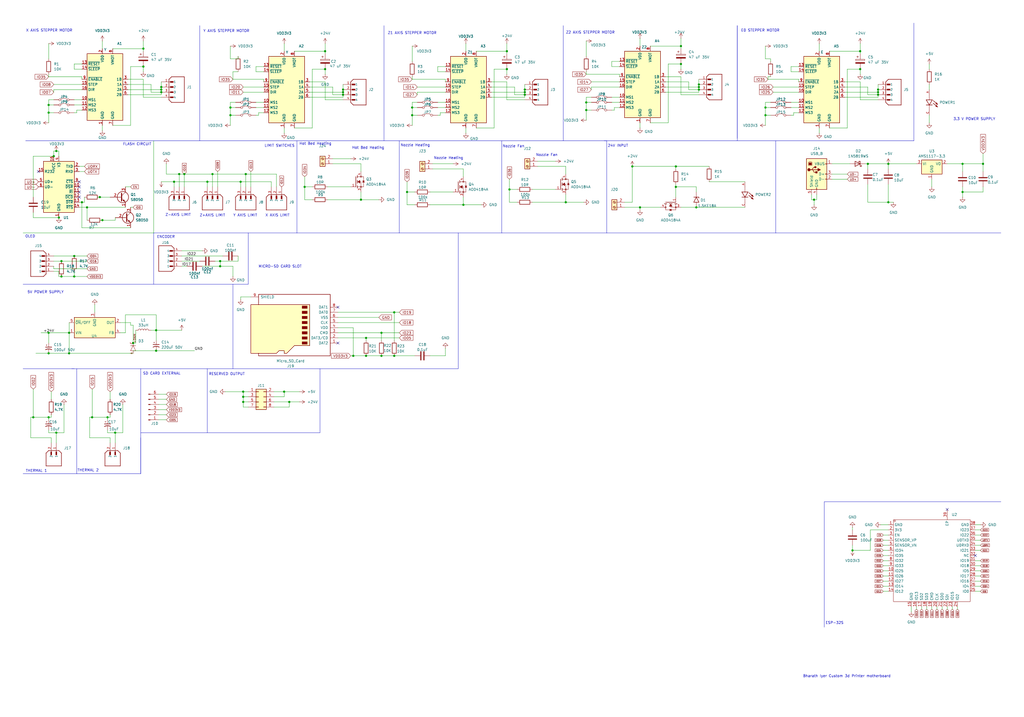
<source format=kicad_sch>
(kicad_sch (version 20231120) (generator "eeschema") (generator_version "8.0")
  (paper "User" 508 355.6)
  (lib_symbols
    (symbol "AOD4184A:AOD4184A" (pin_names (offset 1.016))
      (property "Reference" "Q" (at -8.89 2.54 0))
      (property "Value" "AOD4184A" (at -8.89 -7.62 0))
      (symbol "AOD4184A_0_0"
        (pin passive line (at -2.54 -2.54 0) (length 2.54) (name "~") (number "1"))
        (pin passive line (at 2.54 -5.08 90) (length 2.54) (name "~") (number "3"))
        (pin passive line (at 2.54 5.08 270) (length 2.54) (name "~") (number "4"))
      )
    )
    (symbol "B2B-XH-A__LF__SN_:B2B-XH-A__LF__SN_" (pin_names (offset 1.016))
      (property "Reference" "J" (at -2.54 6.35 0))
      (property "Value" "B2B-XH-A__LF__SN_" (at -2.54 -5.08 0))
      (property "Footprint" "2-pin-jst:JST_B2B-XH-A__LF__SN_" (at 0 0 0))
      (symbol "B2B-XH-A__LF__SN__0_0"
        (pin passive line (at -7.62 2.54 0) (length 5.08) (name "1") (number "1"))
        (pin passive line (at -7.62 0 0) (length 5.08) (name "2") (number "2"))
      )
    )
    (symbol "B3B-XH-A_LF__SN_:B3B-XH-A_LF__SN_" (pin_names (offset 1.016))
      (property "Reference" "J" (at -2.54 6.35 0))
      (property "Value" "B3B-XH-A_LF__SN_" (at -2.54 -7.62 0))
      (symbol "B3B-XH-A_LF__SN__0_0"
        (pin passive line (at -7.62 2.54 0) (length 5.08) (name "1") (number "1"))
        (pin passive line (at -7.62 0 0) (length 5.08) (name "2") (number "2"))
        (pin passive line (at -7.62 -2.54 0) (length 5.08) (name "3") (number "3"))
      )
    )
    (symbol "B4B-XH-A_LF__SN_:B4B-XH-A_LF__SN_" (pin_names (offset 1.016))
      (property "Reference" "J" (at -2.54 6.35 0))
      (property "Value" "B4B-XH-A_LF__SN_" (at -2.54 -10.16 0))
      (symbol "B4B-XH-A_LF__SN__0_0"
        (pin passive line (at -7.62 2.54 0) (length 5.08) (name "1") (number "1"))
        (pin passive line (at -7.62 0 0) (length 5.08) (name "2") (number "2"))
        (pin passive line (at -7.62 -2.54 0) (length 5.08) (name "3") (number "3"))
        (pin passive line (at -7.62 -5.08 0) (length 5.08) (name "4") (number "4"))
      )
    )
    (symbol "Connector:Conn_01x06_Pin" (pin_names (offset 1.016) hide)
      (property "Reference" "J" (at 0 7.62 0))
      (property "Value" "Conn_01x06_Pin" (at 0 -10.16 0))
      (symbol "Conn_01x06_Pin_1_1"
        (pin passive line (at 5.08 5.08 180) (length 3.81) (name "Pin_1") (number "1"))
        (pin passive line (at 5.08 2.54 180) (length 3.81) (name "Pin_2") (number "2"))
        (pin passive line (at 5.08 0 180) (length 3.81) (name "Pin_3") (number "3"))
        (pin passive line (at 5.08 -2.54 180) (length 3.81) (name "Pin_4") (number "4"))
        (pin passive line (at 5.08 -5.08 180) (length 3.81) (name "Pin_5") (number "5"))
        (pin passive line (at 5.08 -7.62 180) (length 3.81) (name "Pin_6") (number "6"))
      )
    )
    (symbol "Connector:Micro_SD_Card" (pin_names (offset 1.016))
      (property "Reference" "J" (at -16.51 15.24 0))
      (property "Value" "Micro_SD_Card" (at 16.51 15.24 0))
      (symbol "Micro_SD_Card_1_1"
        (pin bidirectional line (at -22.86 7.62 0) (length 3.81) (name "DAT2") (number "1"))
        (pin bidirectional line (at -22.86 5.08 0) (length 3.81) (name "DAT3/CD") (number "2"))
        (pin input line (at -22.86 2.54 0) (length 3.81) (name "CMD") (number "3"))
        (pin power_in line (at -22.86 0 0) (length 3.81) (name "VDD") (number "4"))
        (pin input line (at -22.86 -2.54 0) (length 3.81) (name "CLK") (number "5"))
        (pin power_in line (at -22.86 -5.08 0) (length 3.81) (name "VSS") (number "6"))
        (pin bidirectional line (at -22.86 -7.62 0) (length 3.81) (name "DAT0") (number "7"))
        (pin bidirectional line (at -22.86 -10.16 0) (length 3.81) (name "DAT1") (number "8"))
        (pin passive line (at 20.32 -15.24 180) (length 3.81) (name "SHIELD") (number "9"))
      )
    )
    (symbol "Connector:Screw_Terminal_01x02" (pin_names (offset 1.016) hide)
      (property "Reference" "J" (at 0 2.54 0))
      (property "Value" "Screw_Terminal_01x02" (at 0 -5.08 0))
      (symbol "Screw_Terminal_01x02_1_1"
        (pin passive line (at -5.08 0 0) (length 3.81) (name "Pin_1") (number "1"))
        (pin passive line (at -5.08 -2.54 0) (length 3.81) (name "Pin_2") (number "2"))
      )
    )
    (symbol "Connector:USB_B" (pin_names (offset 1.016))
      (property "Reference" "J" (at -5.08 11.43 0))
      (property "Value" "USB_B" (at -5.08 8.89 0))
      (symbol "USB_B_1_1"
        (pin power_out line (at 7.62 5.08 180) (length 2.54) (name "VBUS") (number "1"))
        (pin bidirectional line (at 7.62 -2.54 180) (length 2.54) (name "D-") (number "2"))
        (pin bidirectional line (at 7.62 0 180) (length 2.54) (name "D+") (number "3"))
        (pin power_out line (at 0 -10.16 90) (length 2.54) (name "GND") (number "4"))
        (pin passive line (at -2.54 -10.16 90) (length 2.54) (name "Shield") (number "5"))
      )
    )
    (symbol "Connector_Generic:Conn_02x04_Odd_Even" (pin_names (offset 1.016) hide)
      (property "Reference" "J" (at 1.27 5.08 0))
      (property "Value" "Conn_02x04_Odd_Even" (at 1.27 -7.62 0))
      (symbol "Conn_02x04_Odd_Even_1_1"
        (pin passive line (at -5.08 2.54 0) (length 3.81) (name "Pin_1") (number "1"))
        (pin passive line (at 7.62 2.54 180) (length 3.81) (name "Pin_2") (number "2"))
        (pin passive line (at -5.08 0 0) (length 3.81) (name "Pin_3") (number "3"))
        (pin passive line (at 7.62 0 180) (length 3.81) (name "Pin_4") (number "4"))
        (pin passive line (at -5.08 -2.54 0) (length 3.81) (name "Pin_5") (number "5"))
        (pin passive line (at 7.62 -2.54 180) (length 3.81) (name "Pin_6") (number "6"))
        (pin passive line (at -5.08 -5.08 0) (length 3.81) (name "Pin_7") (number "7"))
        (pin passive line (at 7.62 -5.08 180) (length 3.81) (name "Pin_8") (number "8"))
      )
    )
    (symbol "Device:C" (pin_numbers hide) (pin_names (offset 0.254))
      (property "Reference" "C" (at 0.635 2.54 0))
      (property "Value" "C" (at 0.635 -2.54 0))
      (symbol "C_1_1"
        (pin passive line (at 0 3.81 270) (length 2.794) (name "~") (number "1"))
        (pin passive line (at 0 -3.81 90) (length 2.794) (name "~") (number "2"))
      )
    )
    (symbol "Device:C_Polarized" (pin_numbers hide) (pin_names (offset 0.254))
      (property "Reference" "C" (at 0.635 2.54 0))
      (property "Value" "C_Polarized" (at 0.635 -2.54 0))
      (symbol "C_Polarized_1_1"
        (pin passive line (at 0 3.81 270) (length 2.794) (name "~") (number "1"))
        (pin passive line (at 0 -3.81 90) (length 2.794) (name "~") (number "2"))
      )
    )
    (symbol "Device:C_Polarized_Small_US" (pin_numbers hide) (pin_names (offset 0.254) hide)
      (property "Reference" "C" (at 0.254 1.778 0))
      (property "Value" "C_Polarized_Small_US" (at 0.254 -2.032 0))
      (symbol "C_Polarized_Small_US_1_1"
        (pin passive line (at 0 2.54 270) (length 2.032) (name "~") (number "1"))
        (pin passive line (at 0 -2.54 90) (length 2.032) (name "~") (number "2"))
      )
    )
    (symbol "Device:L" (pin_numbers hide) (pin_names (offset 1.016) hide)
      (property "Reference" "L" (at -1.27 0 90))
      (property "Value" "L" (at 1.905 0 90))
      (symbol "L_1_1"
        (pin passive line (at 0 3.81 270) (length 1.27) (name "1") (number "1"))
        (pin passive line (at 0 -3.81 90) (length 1.27) (name "2") (number "2"))
      )
    )
    (symbol "Device:R" (pin_numbers hide) (pin_names (offset 0))
      (property "Reference" "R" (at 2.032 0 90))
      (property "Value" "R" (at 0 0 90))
      (symbol "R_1_1"
        (pin passive line (at 0 3.81 270) (length 1.27) (name "~") (number "1"))
        (pin passive line (at 0 -3.81 90) (length 1.27) (name "~") (number "2"))
      )
    )
    (symbol "Diode:1.5KExxA" (pin_numbers hide) (pin_names (offset 1.016) hide)
      (property "Reference" "D" (at 0 2.54 0))
      (property "Value" "1.5KExxA" (at 0 -2.54 0))
      (symbol "1.5KExxA_1_1"
        (pin passive line (at -3.81 0 0) (length 2.54) (name "A1") (number "1"))
        (pin passive line (at 3.81 0 180) (length 2.54) (name "A2") (number "2"))
      )
    )
    (symbol "Diode:1N5819WS" (pin_numbers hide) (pin_names (offset 1.016) hide)
      (property "Reference" "D" (at 0 2.54 0))
      (property "Value" "1N5819WS" (at 0 -2.54 0))
      (symbol "1N5819WS_1_1"
        (pin passive line (at -3.81 0 0) (length 2.54) (name "K") (number "1"))
        (pin passive line (at 3.81 0 180) (length 2.54) (name "A") (number "2"))
      )
    )
    (symbol "Driver_Motor:Pololu_Breakout_A4988"
      (property "Reference" "A" (at -2.54 19.05 0))
      (property "Value" "Pololu_Breakout_A4988" (at -2.54 16.51 0))
      (symbol "Pololu_Breakout_A4988_1_1"
        (pin power_in line (at 0 -20.32 90) (length 2.54) (name "GND") (number "1"))
        (pin input line (at -10.16 -7.62 0) (length 2.54) (name "MS1") (number "10"))
        (pin input line (at -10.16 -10.16 0) (length 2.54) (name "MS2") (number "11"))
        (pin input line (at -10.16 -12.7 0) (length 2.54) (name "MS3") (number "12"))
        (pin input line (at -10.16 10.16 0) (length 2.54) (name "~{RESET}") (number "13"))
        (pin input line (at -10.16 7.62 0) (length 2.54) (name "~{SLEEP}") (number "14"))
        (pin input line (at -10.16 0 0) (length 2.54) (name "STEP") (number "15"))
        (pin input line (at -10.16 -2.54 0) (length 2.54) (name "DIR") (number "16"))
        (pin power_in line (at 0 17.78 270) (length 2.54) (name "VDD") (number "2"))
        (pin output line (at 12.7 2.54 180) (length 2.54) (name "1B") (number "3"))
        (pin output line (at 12.7 0 180) (length 2.54) (name "1A") (number "4"))
        (pin output line (at 12.7 -2.54 180) (length 2.54) (name "2A") (number "5"))
        (pin output line (at 12.7 -5.08 180) (length 2.54) (name "2B") (number "6"))
        (pin power_in line (at 5.08 -20.32 90) (length 2.54) (name "GND") (number "7"))
        (pin power_in line (at 5.08 17.78 270) (length 2.54) (name "VMOT") (number "8"))
        (pin input line (at -10.16 2.54 0) (length 2.54) (name "~{ENABLE}") (number "9"))
      )
    )
    (symbol "Interface_USB:CH340C"
      (property "Reference" "U" (at -5.08 13.97 0))
      (property "Value" "CH340C" (at 1.27 13.97 0))
      (symbol "CH340C_1_1"
        (pin power_in line (at 0 -15.24 90) (length 2.54) (name "GND") (number "1"))
        (pin input line (at 10.16 0 180) (length 2.54) (name "~{DSR}") (number "10"))
        (pin input line (at 10.16 -2.54 180) (length 2.54) (name "~{RI}") (number "11"))
        (pin input line (at 10.16 -5.08 180) (length 2.54) (name "~{DCD}") (number "12"))
        (pin output line (at 10.16 -7.62 180) (length 2.54) (name "~{DTR}") (number "13"))
        (pin output line (at 10.16 -10.16 180) (length 2.54) (name "~{RTS}") (number "14"))
        (pin input line (at -10.16 7.62 0) (length 2.54) (name "R232") (number "15"))
        (pin power_in line (at -2.54 15.24 270) (length 2.54) (name "VCC") (number "16"))
        (pin output line (at 10.16 10.16 180) (length 2.54) (name "TXD") (number "2"))
        (pin input line (at 10.16 7.62 180) (length 2.54) (name "RXD") (number "3"))
        (pin power_out line (at 0 15.24 270) (length 2.54) (name "V3") (number "4"))
        (pin bidirectional line (at -10.16 2.54 0) (length 2.54) (name "UD+") (number "5"))
        (pin bidirectional line (at -10.16 0 0) (length 2.54) (name "UD-") (number "6"))
        (pin no_connect line (at -7.62 -5.08 0) (length 2.54) hide (name "NC") (number "7"))
        (pin no_connect line (at -7.62 -7.62 0) (length 2.54) hide (name "NC") (number "8"))
        (pin input line (at 10.16 2.54 180) (length 2.54) (name "~{CTS}") (number "9"))
      )
    )
    (symbol "Jumper:Jumper_2_Bridged" (pin_numbers hide) (pin_names (offset 0) hide) (exclude_from_sim yes)
      (property "Reference" "JP" (at 0 1.905 0))
      (property "Value" "Jumper_2_Bridged" (at 0 -2.54 0))
      (symbol "Jumper_2_Bridged_1_1"
        (pin passive line (at -5.08 0 0) (length 2.54) (name "A") (number "1"))
        (pin passive line (at 5.08 0 180) (length 2.54) (name "B") (number "2"))
      )
    )
    (symbol "New_Library:ESP32-S"
      (property "Reference" "U" (at 0 0 0))
      (symbol "ESP32-S_1_0"
        (pin input line (at -21.59 22.86 0) (length 2.54) (name "GND") (number "1"))
        (pin input line (at -21.59 0 0) (length 2.54) (name "IO25") (number "10"))
        (pin input line (at -21.59 -2.54 0) (length 2.54) (name "IO26") (number "11"))
        (pin input line (at -21.59 -5.08 0) (length 2.54) (name "IO27") (number "12"))
        (pin input line (at -21.59 -7.62 0) (length 2.54) (name "IO14") (number "13"))
        (pin input line (at -21.59 -10.16 0) (length 2.54) (name "IO12") (number "14"))
        (pin input line (at -10.16 -17.78 90) (length 2.54) (name "GND") (number "15"))
        (pin input line (at -7.62 -17.78 90) (length 2.54) (name "IO13") (number "16"))
        (pin input line (at -5.08 -17.78 90) (length 2.54) (name "SD2") (number "17"))
        (pin input line (at -2.54 -17.78 90) (length 2.54) (name "SD3") (number "18"))
        (pin input line (at 0 -17.78 90) (length 2.54) (name "CMD") (number "19"))
        (pin input line (at -21.59 20.32 0) (length 2.54) (name "3V3") (number "2"))
        (pin input line (at 2.54 -17.78 90) (length 2.54) (name "CLK") (number "20"))
        (pin input line (at 5.08 -17.78 90) (length 2.54) (name "SDO") (number "21"))
        (pin input line (at 7.62 -17.78 90) (length 2.54) (name "SDI") (number "22"))
        (pin input line (at 10.16 -17.78 90) (length 2.54) (name "IO15") (number "23"))
        (pin input line (at 12.7 -17.78 90) (length 2.54) (name "IO2") (number "24"))
        (pin input line (at 21.59 -10.16 180) (length 2.54) (name "IO0") (number "25"))
        (pin input line (at 21.59 -7.62 180) (length 2.54) (name "IO4") (number "26"))
        (pin input line (at 21.59 -5.08 180) (length 2.54) (name "IO16") (number "27"))
        (pin input line (at 21.59 -2.54 180) (length 2.54) (name "IO17") (number "28"))
        (pin input line (at 21.59 0 180) (length 2.54) (name "IO5") (number "29"))
        (pin input line (at -21.59 17.78 0) (length 2.54) (name "EN") (number "3"))
        (pin input line (at 21.59 2.54 180) (length 2.54) (name "IO18") (number "30"))
        (pin input line (at 21.59 5.08 180) (length 2.54) (name "IO19") (number "31"))
        (pin input line (at 21.59 7.62 180) (length 2.54) (name "NC") (number "32"))
        (pin input line (at 21.59 10.16 180) (length 2.54) (name "IO21") (number "33"))
        (pin input line (at 21.59 12.7 180) (length 2.54) (name "U0RXD") (number "34"))
        (pin input line (at 21.59 15.24 180) (length 2.54) (name "U0TXD") (number "35"))
        (pin input line (at 21.59 17.78 180) (length 2.54) (name "IO22") (number "36"))
        (pin input line (at 21.59 20.32 180) (length 2.54) (name "IO23") (number "37"))
        (pin input line (at 21.59 22.86 180) (length 2.54) (name "GND") (number "38"))
        (pin input line (at 7.62 30.48 270) (length 5.08) (name "EP") (number "39"))
        (pin input line (at -21.59 15.24 0) (length 2.54) (name "SENSOR_VP") (number "4"))
        (pin input line (at -21.59 12.7 0) (length 2.54) (name "SENSOR_VN") (number "5"))
        (pin input line (at -21.59 10.16 0) (length 2.54) (name "IO34") (number "6"))
        (pin input line (at -21.59 7.62 0) (length 2.54) (name "IO35") (number "7"))
        (pin input line (at -21.59 5.08 0) (length 2.54) (name "IO32") (number "8"))
        (pin input line (at -21.59 2.54 0) (length 2.54) (name "IO33") (number "9"))
      )
    )
    (symbol "Regulator_Linear:AMS1117-3.3"
      (property "Reference" "U" (at -3.81 3.175 0))
      (property "Value" "AMS1117-3.3" (at 0 3.175 0))
      (symbol "AMS1117-3.3_1_1"
        (pin power_in line (at 0 -7.62 90) (length 2.54) (name "GND") (number "1"))
        (pin power_out line (at 7.62 0 180) (length 2.54) (name "VO") (number "2"))
        (pin power_in line (at -7.62 0 0) (length 2.54) (name "VI") (number "3"))
      )
    )
    (symbol "Regulator_Switching:LM2596S-5"
      (property "Reference" "U" (at -10.16 6.35 0))
      (property "Value" "LM2596S-5" (at 0 6.35 0))
      (symbol "LM2596S-5_1_1"
        (pin power_in line (at -12.7 2.54 0) (length 2.54) (name "VIN") (number "1"))
        (pin output line (at 12.7 -2.54 180) (length 2.54) (name "OUT") (number "2"))
        (pin power_in line (at 0 -7.62 90) (length 2.54) (name "GND") (number "3"))
        (pin input line (at 12.7 2.54 180) (length 2.54) (name "FB") (number "4"))
        (pin input line (at -12.7 -2.54 0) (length 2.54) (name "~{ON}/OFF") (number "5"))
      )
    )
    (symbol "SML-LXT0805IW-TR:SML-LXT0805IW-TR" (pin_names (offset 1.016))
      (property "Reference" "D" (at -3.81 4.445 0))
      (property "Value" "SML-LXT0805IW-TR" (at -3.81 -3.81 0))
      (symbol "SML-LXT0805IW-TR_0_0"
        (pin passive line (at -7.62 0 0) (length 2.54) (name "~") (number "A"))
        (pin passive line (at 5.08 0 180) (length 2.54) (name "~") (number "C"))
      )
    )
    (symbol "SS54:SS54" (pin_names (offset 1.016))
      (property "Reference" "D" (at 2.54 0.762 0))
      (property "Value" "SS54" (at 0 0 0))
      (symbol "SS54_0_0"
        (text ">DNM" (at 2.54 -0.7874 0) (effects (font (size 1.016 1.016)) (justify left)))
        (pin input line (at -2.54 0 0) (length 0) (name "~") (number "A"))
        (pin output line (at 2.54 0 0) (length 0) (name "~") (number "C"))
      )
    )
    (symbol "Transistor_BJT:S8050" (pin_names (offset 0) hide)
      (property "Reference" "Q" (at 5.08 1.905 0))
      (property "Value" "S8050" (at 5.08 0 0))
      (symbol "S8050_1_1"
        (pin passive line (at 2.54 -5.08 90) (length 2.54) (name "E") (number "1"))
        (pin input line (at -5.08 0 0) (length 5.08) (name "B") (number "2"))
        (pin passive line (at 2.54 5.08 270) (length 2.54) (name "C") (number "3"))
      )
    )
    (symbol "power:+24V" (power) (pin_numbers hide) (pin_names (offset 0) hide)
      (property "Value" "+24V" (at 0 3.556 0))
      (symbol "+24V_1_1"
        (pin power_in line (at 0 0 90) (length 0) (name "~") (number "1"))
      )
    )
    (symbol "power:+5V" (power) (pin_numbers hide) (pin_names (offset 0) hide)
      (property "Value" "+5V" (at 0 3.556 0))
      (symbol "+5V_1_1"
        (pin power_in line (at 0 0 90) (length 0) (name "~") (number "1"))
      )
    )
    (symbol "power:GND" (power) (pin_numbers hide) (pin_names (offset 0) hide)
      (property "Value" "GND" (at 0 -3.81 0))
      (symbol "GND_1_1"
        (pin power_in line (at 0 0 270) (length 0) (name "~") (number "1"))
      )
    )
    (symbol "power:VDD" (power) (pin_numbers hide) (pin_names (offset 0) hide)
      (property "Value" "VDD" (at 0 3.556 0))
      (symbol "VDD_1_1"
        (pin power_in line (at 0 0 90) (length 0) (name "~") (number "1"))
      )
    )
  )
  (junction (at 290.83 50.8))
  (junction (at 27.94 214.63))
  (junction (at 24.13 55.88))
  (junction (at 114.3 57.15))
  (junction (at 195.58 154.94))
  (junction (at 36.83 137.16))
  (junction (at 151.13 92.71))
  (junction (at 440.69 100.33))
  (junction (at 77.47 173.99))
  (junction (at 71.12 24.13))
  (junction (at 24.13 207.01))
  (junction (at 120.65 196.85))
  (junction (at 161.29 25.4))
  (junction (at 252.73 93.98))
  (junction (at 426.72 25.4))
  (junction (at 290.83 54.61))
  (junction (at 379.73 57.15))
  (junction (at 45.72 207.01))
  (junction (at 195.58 176.53))
  (junction (at 53.34 207.01))
  (junction (at 435.61 46.99))
  (junction (at 201.93 95.25))
  (junction (at 27.94 74.93))
  (junction (at 260.35 45.72))
  (junction (at 66.04 170.18))
  (junction (at 16.51 207.01))
  (junction (at 91.44 86.36))
  (junction (at 337.82 31.75))
  (junction (at 71.12 33.02))
  (junction (at 86.36 90.17))
  (junction (at 335.28 92.71))
  (junction (at 77.47 163.83))
  (junction (at 80.01 44.45))
  (junction (at 426.72 34.29))
  (junction (at 487.68 81.28))
  (junction (at 477.52 81.28))
  (junction (at 109.22 129.54))
  (junction (at 120.65 199.39))
  (junction (at 175.26 176.53))
  (junction (at 24.13 165.1))
  (junction (at 260.35 44.45))
  (junction (at 379.73 53.34))
  (junction (at 140.97 194.31))
  (junction (at 422.91 273.05))
  (junction (at 251.46 25.4))
  (junction (at 477.52 95.25))
  (junction (at 181.61 167.64))
  (junction (at 143.51 199.39))
  (junction (at 189.23 165.1))
  (junction (at 335.28 82.55))
  (junction (at 114.3 53.34))
  (junction (at 34.29 165.1))
  (junction (at 80.01 45.72))
  (junction (at 170.18 46.99))
  (junction (at 105.41 86.36))
  (junction (at 204.47 53.34))
  (junction (at 30.48 129.54))
  (junction (at 440.69 81.28))
  (junction (at 430.53 81.28))
  (junction (at 189.23 176.53))
  (junction (at 313.69 82.55))
  (junction (at 170.18 44.45))
  (junction (at 346.71 44.45))
  (junction (at 50.8 109.22))
  (junction (at 102.87 90.17))
  (junction (at 170.18 45.72))
  (junction (at 49.53 97.79))
  (junction (at 24.13 175.26))
  (junction (at 57.15 214.63))
  (junction (at 120.65 194.31))
  (junction (at 179.07 99.06))
  (junction (at 29.21 107.95))
  (junction (at 229.87 101.6))
  (junction (at 204.47 57.15))
  (junction (at 337.82 22.86))
  (junction (at 30.48 137.16))
  (junction (at 346.71 41.91))
  (junction (at 403.86 99.06))
  (junction (at 121.92 86.36))
  (junction (at 251.46 34.29))
  (junction (at 435.61 44.45))
  (junction (at 435.61 45.72))
  (junction (at 36.83 127))
  (junction (at 346.71 43.18))
  (junction (at 345.44 102.87))
  (junction (at 80.01 43.18))
  (junction (at 317.5 102.87))
  (junction (at 280.67 100.33))
  (junction (at 109.22 132.08))
  (junction (at 260.35 46.99))
  (junction (at 88.9 86.36))
  (junction (at 24.13 52.07))
  (junction (at 40.64 100.33))
  (junction (at 34.29 175.26))
  (junction (at 26.67 77.47))
  (junction (at 43.18 102.87))
  (junction (at 119.38 90.17))
  (junction (at 181.61 176.53))
  (junction (at 161.29 34.29))
  (no_connect (at 469.9 252.73))
  (no_connect (at 483.87 275.59))
  (no_connect (at 167.64 152.4))
  (no_connect (at 39.37 95.25))
  (no_connect (at 19.05 85.09))
  (no_connect (at 39.37 90.17))
  (no_connect (at 167.64 170.18))
  (no_connect (at 39.37 92.71))
  (no_connect (at 39.37 97.79))
  (wire (pts (xy 109.22 129.54) (xy 109.22 132.08)))
  (polyline (pts (xy 190.5 12.7) (xy 190.5 69.85)))
  (wire (pts (xy 102.87 90.17) (xy 119.38 90.17)))
  (wire (pts (xy 382.27 29.21) (xy 379.73 29.21)))
  (wire (pts (xy 74.93 45.72) (xy 80.01 45.72)))
  (wire (pts (xy 252.73 88.9) (xy 252.73 93.98)))
  (wire (pts (xy 45.72 207.01) (xy 53.34 207.01)))
  (wire (pts (xy 483.87 265.43) (xy 486.41 265.43)))
  (wire (pts (xy 64.77 161.29) (xy 66.04 161.29)))
  (wire (pts (xy 426.72 25.4) (xy 426.72 26.67)))
  (wire (pts (xy 165.1 43.18) (xy 165.1 46.99)))
  (wire (pts (xy 419.1 40.64) (xy 426.72 40.64)))
  (wire (pts (xy 121.92 86.36) (xy 137.16 86.36)))
  (wire (pts (xy 264.16 100.33) (xy 280.67 100.33)))
  (wire (pts (xy 48.26 97.79) (xy 49.53 97.79)))
  (wire (pts (xy 130.81 45.72) (xy 120.65 45.72)))
  (polyline (pts (xy 365.76 12.7) (xy 365.76 68.58)))
  (wire (pts (xy 201.93 101.6) (xy 205.74 101.6)))
  (wire (pts (xy 220.98 45.72) (xy 207.01 45.72)))
  (wire (pts (xy 393.7 57.15) (xy 393.7 55.88)))
  (wire (pts (xy 411.48 63.5) (xy 420.37 63.5)))
  (wire (pts (xy 195.58 176.53) (xy 205.74 176.53)))
  (wire (pts (xy 127 35.56) (xy 130.81 35.56)))
  (wire (pts (xy 88.9 86.36) (xy 88.9 92.71)))
  (wire (pts (xy 40.64 44.45) (xy 26.67 44.45)))
  (wire (pts (xy 26.67 127) (xy 36.83 127)))
  (wire (pts (xy 78.74 205.74) (xy 82.55 205.74)))
  (wire (pts (xy 201.93 95.25) (xy 205.74 95.25)))
  (wire (pts (xy 167.64 154.94) (xy 195.58 154.94)))
  (wire (pts (xy 77.47 173.99) (xy 96.52 173.99)))
  (wire (pts (xy 134.62 90.17) (xy 134.62 92.71)))
  (wire (pts (xy 146.05 25.4) (xy 161.29 25.4)))
  (wire (pts (xy 251.46 25.4) (xy 251.46 26.67)))
  (polyline (pts (xy 365.76 69.85) (xy 453.39 69.85)))
  (wire (pts (xy 438.15 288.29) (xy 440.69 288.29)))
  (wire (pts (xy 290.83 50.8) (xy 290.83 54.61)))
  (wire (pts (xy 161.29 21.59) (xy 161.29 25.4)))
  (wire (pts (xy 435.61 44.45) (xy 435.61 41.91)))
  (polyline (pts (xy 115.57 182.88) (xy 227.33 182.88)))
  (wire (pts (xy 422.91 270.51) (xy 422.91 273.05)))
  (wire (pts (xy 165.1 46.99) (xy 170.18 46.99)))
  (wire (pts (xy 251.46 34.29) (xy 251.46 36.83)))
  (polyline (pts (xy 158.75 214.63) (xy 158.75 182.88)))
  (wire (pts (xy 115.57 35.56) (xy 115.57 39.37)))
  (wire (pts (xy 403.86 99.06) (xy 405.13 99.06)))
  (wire (pts (xy 290.83 35.56) (xy 290.83 36.83)))
  (wire (pts (xy 204.47 38.1) (xy 204.47 39.37)))
  (polyline (pts (xy 198.12 115.57) (xy 248.92 115.57)))
  (wire (pts (xy 179.07 81.28) (xy 179.07 85.09)))
  (wire (pts (xy 74.93 163.83) (xy 77.47 163.83)))
  (wire (pts (xy 161.29 25.4) (xy 161.29 26.67)))
  (wire (pts (xy 162.56 92.71) (xy 173.99 92.71)))
  (wire (pts (xy 438.15 278.13) (xy 440.69 278.13)))
  (wire (pts (xy 29.21 74.93) (xy 27.94 74.93)))
  (wire (pts (xy 293.37 43.18) (xy 293.37 44.45)))
  (wire (pts (xy 379.73 53.34) (xy 379.73 57.15)))
  (wire (pts (xy 140.97 21.59) (xy 140.97 25.4)))
  (wire (pts (xy 27.94 214.63) (xy 27.94 219.71)))
  (wire (pts (xy 114.3 29.21) (xy 114.3 22.86)))
  (wire (pts (xy 90.17 127) (xy 110.49 127)))
  (wire (pts (xy 170.18 45.72) (xy 170.18 44.45)))
  (wire (pts (xy 330.2 38.1) (xy 337.82 38.1)))
  (wire (pts (xy 179.07 99.06) (xy 187.96 99.06)))
  (wire (pts (xy 236.22 63.5) (xy 245.11 63.5)))
  (wire (pts (xy 54.61 217.17) (xy 44.45 217.17)))
  (wire (pts (xy 64.77 160.02) (xy 59.69 160.02)))
  (polyline (pts (xy 123.19 115.57) (xy 123.19 140.97)))
  (wire (pts (xy 123.19 201.93) (xy 120.65 201.93)))
  (wire (pts (xy 64.77 62.23) (xy 64.77 33.02)))
  (wire (pts (xy 135.89 196.85) (xy 140.97 196.85)))
  (wire (pts (xy 317.5 102.87) (xy 327.66 102.87)))
  (wire (pts (xy 245.11 63.5) (xy 245.11 34.29)))
  (polyline (pts (xy 76.2 115.57) (xy 76.2 140.97)))
  (wire (pts (xy 218.44 57.15) (xy 218.44 55.88)))
  (wire (pts (xy 335.28 92.71) (xy 335.28 91.44)))
  (wire (pts (xy 78.74 195.58) (xy 82.55 195.58)))
  (wire (pts (xy 80.01 45.72) (xy 80.01 44.45)))
  (wire (pts (xy 162.56 99.06) (xy 179.07 99.06)))
  (wire (pts (xy 293.37 54.61) (xy 290.83 54.61)))
  (wire (pts (xy 236.22 25.4) (xy 251.46 25.4)))
  (wire (pts (xy 71.12 39.37) (xy 71.12 48.26)))
  (wire (pts (xy 80.01 43.18) (xy 80.01 40.64)))
  (wire (pts (xy 335.28 83.82) (xy 335.28 82.55)))
  (wire (pts (xy 153.67 48.26) (xy 170.18 48.26)))
  (wire (pts (xy 402.59 99.06) (xy 403.86 99.06)))
  (wire (pts (xy 382.27 29.21) (xy 382.27 30.48)))
  (wire (pts (xy 170.18 46.99) (xy 170.18 45.72)))
  (wire (pts (xy 173.99 176.53) (xy 175.26 176.53)))
  (wire (pts (xy 392.43 50.8) (xy 396.24 50.8)))
  (polyline (pts (xy 365.76 12.7) (xy 365.76 69.85)))
  (wire (pts (xy 260.35 44.45) (xy 260.35 41.91)))
  (wire (pts (xy 293.37 48.26) (xy 290.83 48.26)))
  (wire (pts (xy 260.35 45.72) (xy 260.35 44.45)))
  (wire (pts (xy 29.21 77.47) (xy 29.21 74.93)))
  (wire (pts (xy 167.64 167.64) (xy 181.61 167.64)))
  (wire (pts (xy 260.35 46.99) (xy 260.35 45.72)))
  (wire (pts (xy 179.07 95.25) (xy 179.07 99.06)))
  (wire (pts (xy 331.47 60.96) (xy 331.47 31.75)))
  (wire (pts (xy 143.51 201.93) (xy 143.51 199.39)))
  (wire (pts (xy 71.12 24.13) (xy 71.12 25.4)))
  (wire (pts (xy 30.48 129.54) (xy 43.18 129.54)))
  (wire (pts (xy 345.44 95.25) (xy 345.44 92.71)))
  (wire (pts (xy 426.72 49.53) (xy 435.61 49.53)))
  (wire (pts (xy 483.87 293.37) (xy 486.41 293.37)))
  (wire (pts (xy 477.52 81.28) (xy 487.68 81.28)))
  (wire (pts (xy 440.69 91.44) (xy 440.69 100.33)))
  (wire (pts (xy 16.51 107.95) (xy 29.21 107.95)))
  (wire (pts (xy 24.13 214.63) (xy 27.94 214.63)))
  (wire (pts (xy 24.13 21.59) (xy 24.13 29.21)))
  (wire (pts (xy 111.76 194.31) (xy 120.65 194.31)))
  (wire (pts (xy 266.7 80.01) (xy 275.59 80.01)))
  (wire (pts (xy 74.93 41.91) (xy 74.93 45.72)))
  (wire (pts (xy 435.61 46.99) (xy 435.61 45.72)))
  (wire (pts (xy 309.88 102.87) (xy 317.5 102.87)))
  (wire (pts (xy 438.15 293.37) (xy 440.69 293.37)))
  (wire (pts (xy 483.87 278.13) (xy 486.41 278.13)))
  (wire (pts (xy 153.67 40.64) (xy 161.29 40.64)))
  (polyline (pts (xy 198.12 69.85) (xy 198.12 115.57)))
  (polyline (pts (xy 69.85 217.17) (xy 69.85 234.95)))
  (wire (pts (xy 151.13 92.71) (xy 154.94 92.71)))
  (wire (pts (xy 317.5 19.05) (xy 317.5 22.86)))
  (wire (pts (xy 170.18 44.45) (xy 170.18 41.91)))
  (wire (pts (xy 161.29 40.64) (xy 161.29 49.53)))
  (wire (pts (xy 251.46 40.64) (xy 251.46 49.53)))
  (polyline (pts (xy 12.7 69.85) (xy 99.06 69.85)))
  (wire (pts (xy 217.17 57.15) (xy 218.44 57.15)))
  (wire (pts (xy 63.5 46.99) (xy 80.01 46.99)))
  (wire (pts (xy 154.94 34.29) (xy 161.29 34.29)))
  (wire (pts (xy 36.83 127) (xy 43.18 127)))
  (polyline (pts (xy 147.32 69.85) (xy 147.32 115.57)))
  (polyline (pts (xy 300.99 69.85) (xy 299.72 69.85)))
  (wire (pts (xy 31.75 200.66) (xy 31.75 214.63)))
  (wire (pts (xy 243.84 40.64) (xy 251.46 40.64)))
  (wire (pts (xy 116.84 57.15) (xy 114.3 57.15)))
  (wire (pts (xy 280.67 96.52) (xy 280.67 100.33)))
  (wire (pts (xy 487.68 92.71) (xy 487.68 95.25)))
  (wire (pts (xy 213.36 176.53) (xy 220.98 176.53)))
  (wire (pts (xy 15.24 217.17) (xy 15.24 207.01)))
  (wire (pts (xy 78.74 203.2) (xy 82.55 203.2)))
  (wire (pts (xy 127 50.8) (xy 130.81 50.8)))
  (wire (pts (xy 118.11 29.21) (xy 114.3 29.21)))
  (wire (pts (xy 77.47 173.99) (xy 66.04 173.99)))
  (wire (pts (xy 90.17 129.54) (xy 99.06 129.54)))
  (wire (pts (xy 293.37 40.64) (xy 307.34 40.64)))
  (wire (pts (xy 127 33.02) (xy 127 35.56)))
  (wire (pts (xy 67.31 170.18) (xy 66.04 170.18)))
  (wire (pts (xy 80.01 46.99) (xy 80.01 45.72)))
  (wire (pts (xy 214.63 83.82) (xy 229.87 83.82)))
  (wire (pts (xy 91.44 86.36) (xy 105.41 86.36)))
  (wire (pts (xy 24.13 36.83) (xy 24.13 38.1)))
  (wire (pts (xy 335.28 92.71) (xy 345.44 92.71)))
  (wire (pts (xy 337.82 22.86) (xy 337.82 24.13)))
  (wire (pts (xy 392.43 53.34) (xy 396.24 53.34)))
  (wire (pts (xy 229.87 101.6) (xy 238.76 101.6)))
  (wire (pts (xy 181.61 167.64) (xy 181.61 168.91)))
  (wire (pts (xy 66.04 161.29) (xy 66.04 170.18)))
  (polyline (pts (xy 300.99 115.57) (xy 300.99 69.85)))
  (wire (pts (xy 25.4 205.74) (xy 25.4 207.01)))
  (wire (pts (xy 16.51 193.04) (xy 16.51 207.01)))
  (wire (pts (xy 469.9 81.28) (xy 477.52 81.28)))
  (wire (pts (xy 39.37 100.33) (xy 40.64 100.33)))
  (wire (pts (xy 459.74 300.99) (xy 459.74 302.26)))
  (wire (pts (xy 40.64 38.1) (xy 40.64 39.37)))
  (wire (pts (xy 62.23 92.71) (xy 64.77 92.71)))
  (wire (pts (xy 54.61 194.31) (xy 54.61 198.12)))
  (polyline (pts (xy 279.4 69.85) (xy 365.76 69.85)))
  (wire (pts (xy 255.27 43.18) (xy 255.27 46.99)))
  (wire (pts (xy 462.28 88.9) (xy 462.28 92.71)))
  (wire (pts (xy 63.5 39.37) (xy 71.12 39.37)))
  (wire (pts (xy 34.29 160.02) (xy 34.29 165.1)))
  (wire (pts (xy 29.21 137.16) (xy 29.21 134.62)))
  (wire (pts (xy 34.29 165.1) (xy 24.13 165.1)))
  (wire (pts (xy 217.17 53.34) (xy 220.98 53.34)))
  (wire (pts (xy 116.84 50.8) (xy 114.3 50.8)))
  (wire (pts (xy 198.12 165.1) (xy 189.23 165.1)))
  (wire (pts (xy 303.53 50.8) (xy 307.34 50.8)))
  (wire (pts (xy 135.89 199.39) (xy 143.51 199.39)))
  (wire (pts (xy 88.9 86.36) (xy 91.44 86.36)))
  (wire (pts (xy 86.36 90.17) (xy 86.36 92.71)))
  (wire (pts (xy 151.13 99.06) (xy 154.94 99.06)))
  (wire (pts (xy 80.01 44.45) (xy 80.01 43.18)))
  (wire (pts (xy 438.15 290.83) (xy 440.69 290.83)))
  (wire (pts (xy 252.73 100.33) (xy 256.54 100.33)))
  (wire (pts (xy 469.9 300.99) (xy 469.9 302.26)))
  (wire (pts (xy 114.3 50.8) (xy 114.3 53.34)))
  (wire (pts (xy 43.18 133.35) (xy 26.67 133.35)))
  (wire (pts (xy 307.34 30.48) (xy 303.53 30.48)))
  (wire (pts (xy 213.36 101.6) (xy 229.87 101.6)))
  (wire (pts (xy 201.93 95.25) (xy 201.93 101.6)))
  (wire (pts (xy 335.28 82.55) (xy 351.79 82.55)))
  (wire (pts (xy 304.8 53.34) (xy 307.34 53.34)))
  (wire (pts (xy 91.44 86.36) (xy 91.44 92.71)))
  (wire (pts (xy 167.64 157.48) (xy 187.96 157.48)))
  (wire (pts (xy 128.27 55.88) (xy 130.81 55.88)))
  (wire (pts (xy 483.87 280.67) (xy 486.41 280.67)))
  (wire (pts (xy 77.47 156.21) (xy 77.47 163.83)))
  (wire (pts (xy 86.36 90.17) (xy 102.87 90.17)))
  (wire (pts (xy 392.43 35.56) (xy 396.24 35.56)))
  (wire (pts (xy 120.65 196.85) (xy 120.65 194.31)))
  (wire (pts (xy 461.01 57.15) (xy 461.01 60.96)))
  (wire (pts (xy 78.74 198.12) (xy 82.55 198.12)))
  (wire (pts (xy 229.87 97.79) (xy 229.87 101.6)))
  (wire (pts (xy 67.31 163.83) (xy 67.31 170.18)))
  (wire (pts (xy 440.69 81.28) (xy 440.69 83.82)))
  (wire (pts (xy 62.23 156.21) (xy 77.47 156.21)))
  (wire (pts (xy 121.92 86.36) (xy 121.92 92.71)))
  (wire (pts (xy 36.83 49.53) (xy 40.64 49.53)))
  (wire (pts (xy 25.4 217.17) (xy 15.24 217.17)))
  (wire (pts (xy 36.83 31.75) (xy 36.83 34.29)))
  (wire (pts (xy 322.58 22.86) (xy 337.82 22.86)))
  (wire (pts (xy 60.96 200.66) (xy 60.96 214.63)))
  (wire (pts (xy 382.27 57.15) (xy 379.73 57.15)))
  (wire (pts (xy 167.64 162.56) (xy 175.26 162.56)))
  (wire (pts (xy 63.5 41.91) (xy 74.93 41.91)))
  (wire (pts (xy 106.68 129.54) (xy 109.22 129.54)))
  (wire (pts (xy 151.13 87.63) (xy 151.13 92.71)))
  (wire (pts (xy 341.63 40.64) (xy 341.63 44.45)))
  (wire (pts (xy 403.86 99.06) (xy 403.86 101.6)))
  (wire (pts (xy 207.01 43.18) (xy 220.98 43.18)))
  (wire (pts (xy 207.01 50.8) (xy 204.47 50.8)))
  (polyline (pts (xy 147.32 115.57) (xy 198.12 115.57)))
  (wire (pts (xy 146.05 63.5) (xy 154.94 63.5)))
  (wire (pts (xy 392.43 57.15) (xy 393.7 57.15)))
  (wire (pts (xy 430.53 43.18) (xy 430.53 46.99)))
  (wire (pts (xy 412.75 86.36) (xy 420.37 86.36)))
  (wire (pts (xy 16.51 105.41) (xy 16.51 107.95)))
  (wire (pts (xy 351.79 90.17) (xy 369.57 90.17)))
  (wire (pts (xy 483.87 285.75) (xy 486.41 285.75)))
  (wire (pts (xy 116.84 53.34) (xy 114.3 53.34)))
  (wire (pts (xy 24.13 165.1) (xy 24.13 170.18)))
  (wire (pts (xy 57.15 214.63) (xy 57.15 219.71)))
  (wire (pts (xy 15.24 207.01) (xy 16.51 207.01)))
  (wire (pts (xy 346.71 44.45) (xy 346.71 43.18)))
  (wire (pts (xy 50.8 20.32) (xy 50.8 24.13)))
  (wire (pts (xy 140.97 196.85) (xy 140.97 194.31)))
  (wire (pts (xy 396.24 39.37) (xy 396.24 40.64)))
  (wire (pts (xy 346.71 45.72) (xy 346.71 44.45)))
  (wire (pts (xy 435.61 45.72) (xy 435.61 44.45)))
  (wire (pts (xy 26.67 74.93) (xy 27.94 74.93)))
  (wire (pts (xy 422.91 273.05) (xy 431.8 273.05)))
  (wire (pts (xy 26.67 129.54) (xy 30.48 129.54)))
  (wire (pts (xy 114.3 57.15) (xy 114.3 62.23)))
  (wire (pts (xy 30.48 137.16) (xy 29.21 137.16)))
  (wire (pts (xy 217.17 33.02) (xy 217.17 35.56)))
  (wire (pts (xy 16.51 97.79) (xy 16.51 77.47)))
  (wire (pts (xy 39.37 102.87) (xy 43.18 102.87)))
  (wire (pts (xy 115.57 35.56) (xy 118.11 35.56)))
  (wire (pts (xy 369.57 102.87) (xy 345.44 102.87)))
  (wire (pts (xy 337.82 31.75) (xy 337.82 34.29)))
  (wire (pts (xy 309.88 100.33) (xy 313.69 100.33)))
  (wire (pts (xy 483.87 260.35) (xy 486.41 260.35)))
  (wire (pts (xy 64.77 102.87) (xy 66.04 102.87)))
  (polyline (pts (xy 38.1 182.88) (xy 38.1 234.95)))
  (wire (pts (xy 426.72 21.59) (xy 426.72 25.4)))
  (wire (pts (xy 26.67 77.47) (xy 26.67 74.93)))
  (polyline (pts (xy 76.2 140.97) (xy 123.19 140.97)))
  (wire (pts (xy 252.73 93.98) (xy 252.73 100.33)))
  (polyline (pts (xy 408.94 248.92) (xy 496.57 248.92)))
  (wire (pts (xy 26.67 133.35) (xy 26.67 132.08)))
  (wire (pts (xy 50.8 62.23) (xy 50.8 64.77)))
  (polyline (pts (xy 453.39 11.43) (xy 453.39 69.85)))
  (wire (pts (xy 119.38 90.17) (xy 119.38 92.71)))
  (wire (pts (xy 24.13 213.36) (xy 24.13 214.63)))
  (wire (pts (xy 153.67 45.72) (xy 170.18 45.72)))
  (wire (pts (xy 379.73 50.8) (xy 379.73 53.34)))
  (wire (pts (xy 379.73 57.15) (xy 379.73 62.23)))
  (wire (pts (xy 472.44 300.99) (xy 472.44 302.26)))
  (wire (pts (xy 422.91 261.62) (xy 422.91 262.89)))
  (wire (pts (xy 24.13 55.88) (xy 24.13 60.96)))
  (wire (pts (xy 396.24 45.72) (xy 383.54 45.72)))
  (wire (pts (xy 290.83 20.32) (xy 290.83 27.94)))
  (wire (pts (xy 71.12 20.32) (xy 71.12 24.13)))
  (wire (pts (xy 419.1 45.72) (xy 435.61 45.72)))
  (wire (pts (xy 438.15 273.05) (xy 440.69 273.05)))
  (wire (pts (xy 49.53 97.79) (xy 54.61 97.79)))
  (wire (pts (xy 438.15 280.67) (xy 440.69 280.67)))
  (polyline (pts (xy 38.1 234.95) (xy 69.85 234.95)))
  (wire (pts (xy 151.13 92.71) (xy 151.13 99.06)))
  (wire (pts (xy 396.24 33.02) (xy 392.43 33.02)))
  (wire (pts (xy 25.4 194.31) (xy 25.4 198.12)))
  (polyline (pts (xy 408.94 311.15) (xy 408.94 248.92)))
  (wire (pts (xy 303.53 30.48) (xy 303.53 33.02)))
  (wire (pts (xy 24.13 207.01) (xy 25.4 207.01)))
  (wire (pts (xy 24.13 49.53) (xy 24.13 52.07)))
  (wire (pts (xy 431.8 273.05) (xy 431.8 262.89)))
  (wire (pts (xy 26.67 49.53) (xy 24.13 49.53)))
  (wire (pts (xy 80.01 90.17) (xy 86.36 90.17)))
  (wire (pts (xy 426.72 34.29) (xy 426.72 36.83)))
  (wire (pts (xy 330.2 43.18) (xy 346.71 43.18)))
  (wire (pts (xy 153.67 43.18) (xy 165.1 43.18)))
  (wire (pts (xy 102.87 90.17) (xy 102.87 92.71)))
  (wire (pts (xy 214.63 81.28) (xy 224.79 81.28)))
  (wire (pts (xy 189.23 176.53) (xy 195.58 176.53)))
  (wire (pts (xy 36.83 137.16) (xy 30.48 137.16)))
  (wire (pts (xy 483.87 262.89) (xy 486.41 262.89)))
  (wire (pts (xy 82.55 81.28) (xy 82.55 86.36)))
  (wire (pts (xy 204.47 53.34) (xy 204.47 57.15)))
  (wire (pts (xy 438.15 285.75) (xy 440.69 285.75)))
  (wire (pts (xy 105.41 86.36) (xy 105.41 92.71)))
  (wire (pts (xy 217.17 50.8) (xy 220.98 50.8)))
  (wire (pts (xy 127 53.34) (xy 130.81 53.34)))
  (wire (pts (xy 207.01 53.34) (xy 204.47 53.34)))
  (wire (pts (xy 71.12 33.02) (xy 71.12 35.56)))
  (wire (pts (xy 24.13 52.07) (xy 24.13 55.88)))
  (wire (pts (xy 115.57 132.08) (xy 115.57 137.16)))
  (wire (pts (xy 53.34 207.01) (xy 54.61 207.01)))
  (wire (pts (xy 382.27 53.34) (xy 379.73 53.34)))
  (wire (pts (xy 337.82 19.05) (xy 337.82 22.86)))
  (polyline (pts (xy 99.06 12.7) (xy 99.06 69.85)))
  (wire (pts (xy 120.65 194.31) (xy 123.19 194.31)))
  (wire (pts (xy 438.15 283.21) (xy 440.69 283.21)))
  (wire (pts (xy 36.83 34.29) (xy 40.64 34.29)))
  (wire (pts (xy 120.65 43.18) (xy 130.81 43.18)))
  (wire (pts (xy 11.43 115.57) (xy 76.2 115.57)))
  (wire (pts (xy 181.61 167.64) (xy 198.12 167.64)))
  (wire (pts (xy 440.69 100.33) (xy 443.23 100.33)))
  (wire (pts (xy 54.61 205.74) (xy 54.61 207.01)))
  (wire (pts (xy 290.83 36.83) (xy 307.34 36.83)))
  (wire (pts (xy 392.43 33.02) (xy 392.43 35.56)))
  (polyline (pts (xy 11.43 234.95) (xy 38.1 234.95)))
  (wire (pts (xy 107.95 85.09) (xy 107.95 92.71)))
  (wire (pts (xy 161.29 34.29) (xy 161.29 36.83)))
  (wire (pts (xy 337.82 38.1) (xy 337.82 46.99)))
  (wire (pts (xy 119.38 147.32) (xy 119.38 148.59)))
  (wire (pts (xy 381 39.37) (xy 396.24 39.37)))
  (wire (pts (xy 38.1 55.88) (xy 38.1 54.61)))
  (wire (pts (xy 213.36 95.25) (xy 224.79 95.25)))
  (wire (pts (xy 77.47 163.83) (xy 77.47 168.91)))
  (wire (pts (xy 204.47 50.8) (xy 204.47 53.34)))
  (wire (pts (xy 36.83 134.62) (xy 36.83 137.16)))
  (wire (pts (xy 124.46 85.09) (xy 124.46 92.71)))
  (wire (pts (xy 217.17 35.56) (xy 220.98 35.56)))
  (wire (pts (xy 243.84 43.18) (xy 255.27 43.18)))
  (wire (pts (xy 45.72 193.04) (xy 45.72 207.01)))
  (wire (pts (xy 118.11 127) (xy 118.11 129.54)))
  (wire (pts (xy 438.15 265.43) (xy 440.69 265.43)))
  (wire (pts (xy 189.23 165.1) (xy 167.64 165.1)))
  (wire (pts (xy 477.52 95.25) (xy 477.52 97.79)))
  (wire (pts (xy 462.28 300.99) (xy 462.28 302.26)))
  (wire (pts (xy 264.16 93.98) (xy 275.59 93.98)))
  (wire (pts (xy 43.18 102.87) (xy 43.18 109.22)))
  (wire (pts (xy 120.65 201.93) (xy 120.65 199.39)))
  (wire (pts (xy 467.36 300.99) (xy 467.36 302.26)))
  (wire (pts (xy 483.87 270.51) (xy 486.41 270.51)))
  (wire (pts (xy 49.53 109.22) (xy 50.8 109.22)))
  (wire (pts (xy 331.47 31.75) (xy 337.82 31.75)))
  (wire (pts (xy 231.14 63.5) (xy 231.14 66.04)))
  (wire (pts (xy 412.75 81.28) (xy 421.64 81.28)))
  (wire (pts (xy 420.37 63.5) (xy 420.37 34.29)))
  (wire (pts (xy 82.55 86.36) (xy 88.9 86.36)))
  (wire (pts (xy 64.77 33.02) (xy 71.12 33.02)))
  (wire (pts (xy 452.12 300.99) (xy 452.12 303.53)))
  (wire (pts (xy 130.81 33.02) (xy 127 33.02)))
  (polyline (pts (xy 102.87 214.63) (xy 158.75 214.63)))
  (wire (pts (xy 40.64 113.03) (xy 40.64 100.33)))
  (wire (pts (xy 114.3 53.34) (xy 114.3 57.15)))
  (wire (pts (xy 24.13 38.1) (xy 40.64 38.1)))
  (wire (pts (xy 280.67 100.33) (xy 289.56 100.33)))
  (wire (pts (xy 207.01 57.15) (xy 204.47 57.15)))
  (wire (pts (xy 44.45 207.01) (xy 45.72 207.01)))
  (wire (pts (xy 487.68 95.25) (xy 477.52 95.25)))
  (wire (pts (xy 464.82 300.99) (xy 464.82 302.26)))
  (wire (pts (xy 483.87 267.97) (xy 486.41 267.97)))
  (wire (pts (xy 231.14 21.59) (xy 231.14 25.4)))
  (wire (pts (xy 26.67 52.07) (xy 24.13 52.07)))
  (wire (pts (xy 44.45 217.17) (xy 44.45 207.01)))
  (wire (pts (xy 124.46 147.32) (xy 119.38 147.32)))
  (wire (pts (xy 170.18 48.26) (xy 170.18 46.99)))
  (wire (pts (xy 57.15 109.22) (xy 57.15 107.95)))
  (wire (pts (xy 55.88 62.23) (xy 64.77 62.23)))
  (wire (pts (xy 118.11 29.21) (xy 118.11 27.94)))
  (wire (pts (xy 29.21 134.62) (xy 26.67 134.62)))
  (wire (pts (xy 406.4 63.5) (xy 406.4 66.04)))
  (wire (pts (xy 313.69 82.55) (xy 335.28 82.55)))
  (wire (pts (xy 438.15 270.51) (xy 440.69 270.51)))
  (wire (pts (xy 36.83 55.88) (xy 38.1 55.88)))
  (wire (pts (xy 438.15 275.59) (xy 440.69 275.59)))
  (wire (pts (xy 17.78 175.26) (xy 24.13 175.26)))
  (wire (pts (xy 123.19 199.39) (xy 120.65 199.39)))
  (wire (pts (xy 25.4 217.17) (xy 25.4 219.71)))
  (wire (pts (xy 137.16 86.36) (xy 137.16 92.71)))
  (wire (pts (xy 419.1 48.26) (xy 435.61 48.26)))
  (wire (pts (xy 330.2 45.72) (xy 346.71 45.72)))
  (wire (pts (xy 337.82 46.99) (xy 346.71 46.99)))
  (wire (pts (xy 431.8 262.89) (xy 440.69 262.89)))
  (wire (pts (xy 461.01 31.75) (xy 461.01 34.29)))
  (polyline (pts (xy 300.99 115.57) (xy 384.81 115.57)))
  (wire (pts (xy 457.2 300.99) (xy 457.2 302.26)))
  (wire (pts (xy 435.61 48.26) (xy 435.61 46.99)))
  (wire (pts (xy 255.27 46.99) (xy 260.35 46.99)))
  (polyline (pts (xy 102.87 182.88) (xy 102.87 214.63)))
  (wire (pts (xy 123.19 196.85) (xy 120.65 196.85)))
  (polyline (pts (xy 227.33 115.57) (xy 227.33 182.88)))
  (wire (pts (xy 100.33 132.08) (xy 109.22 132.08)))
  (wire (pts (xy 76.2 69.85) (xy 76.2 115.57)))
  (wire (pts (xy 204.47 57.15) (xy 204.47 62.23)))
  (polyline (pts (xy 190.5 69.85) (xy 279.4 69.85)))
  (wire (pts (xy 430.53 100.33) (xy 440.69 100.33)))
  (wire (pts (xy 411.48 25.4) (xy 426.72 25.4)))
  (wire (pts (xy 31.75 214.63) (xy 27.94 214.63)))
  (polyline (pts (xy 11.43 182.88) (xy 115.57 182.88)))
  (wire (pts (xy 245.11 34.29) (xy 251.46 34.29)))
  (wire (pts (xy 461.01 41.91) (xy 461.01 44.45)))
  (wire (pts (xy 303.53 54.61) (xy 304.8 54.61)))
  (wire (pts (xy 220.98 172.72) (xy 220.98 176.53)))
  (wire (pts (xy 477.52 81.28) (xy 477.52 85.09)))
  (wire (pts (xy 430.53 81.28) (xy 430.53 83.82)))
  (wire (pts (xy 128.27 57.15) (xy 128.27 55.88)))
  (wire (pts (xy 24.13 175.26) (xy 34.29 175.26)))
  (wire (pts (xy 243.84 48.26) (xy 260.35 48.26)))
  (wire (pts (xy 303.53 33.02) (xy 307.34 33.02)))
  (wire (pts (xy 307.34 36.83) (xy 307.34 38.1)))
  (polyline (pts (xy 248.92 69.85) (xy 248.92 115.57)))
  (wire (pts (xy 143.51 199.39) (xy 148.59 199.39)))
  (polyline (pts (xy 384.81 69.85) (xy 384.81 115.57)))
  (wire (pts (xy 90.17 124.46) (xy 100.33 124.46)))
  (polyline (pts (xy 35.56 182.88) (xy 36.83 182.88)))
  (polyline (pts (xy 69.85 214.63) (xy 102.87 214.63)))
  (wire (pts (xy 26.67 41.91) (xy 40.64 41.91)))
  (wire (pts (xy 53.34 213.36) (xy 53.34 214.63)))
  (wire (pts (xy 130.81 39.37) (xy 130.81 40.64)))
  (wire (pts (xy 483.87 288.29) (xy 486.41 288.29)))
  (polyline (pts (xy 248.92 115.57) (xy 300.99 115.57)))
  (wire (pts (xy 63.5 44.45) (xy 80.01 44.45)))
  (wire (pts (xy 406.4 21.59) (xy 406.4 25.4)))
  (wire (pts (xy 90.17 132.08) (xy 92.71 132.08)))
  (wire (pts (xy 483.87 283.21) (xy 486.41 283.21)))
  (wire (pts (xy 341.63 44.45) (xy 346.71 44.45)))
  (wire (pts (xy 330.2 40.64) (xy 341.63 40.64)))
  (wire (pts (xy 483.87 273.05) (xy 486.41 273.05)))
  (wire (pts (xy 430.53 46.99) (xy 435.61 46.99)))
  (wire (pts (xy 402.59 96.52) (xy 402.59 99.06)))
  (wire (pts (xy 24.13 207.01) (xy 24.13 208.28)))
  (wire (pts (xy 140.97 194.31) (xy 148.59 194.31)))
  (polyline (pts (xy 76.2 115.57) (xy 147.32 115.57)))
  (wire (pts (xy 53.34 214.63) (xy 57.15 214.63)))
  (wire (pts (xy 420.37 34.29) (xy 426.72 34.29)))
  (wire (pts (xy 290.83 54.61) (xy 290.83 59.69)))
  (wire (pts (xy 290.83 48.26) (xy 290.83 50.8)))
  (wire (pts (xy 229.87 83.82) (xy 229.87 87.63)))
  (wire (pts (xy 78.74 200.66) (xy 82.55 200.66)))
  (wire (pts (xy 40.64 100.33) (xy 41.91 100.33)))
  (wire (pts (xy 201.93 90.17) (xy 201.93 95.25)))
  (wire (pts (xy 118.11 129.54) (xy 109.22 129.54)))
  (wire (pts (xy 220.98 39.37) (xy 220.98 40.64)))
  (wire (pts (xy 40.64 31.75) (xy 36.83 31.75)))
  (wire (pts (xy 477.52 92.71) (xy 477.52 95.25)))
  (wire (pts (xy 251.46 21.59) (xy 251.46 25.4)))
  (wire (pts (xy 175.26 176.53) (xy 181.61 176.53)))
  (wire (pts (xy 20.32 165.1) (xy 24.13 165.1)))
  (wire (pts (xy 53.34 207.01) (xy 53.34 208.28)))
  (wire (pts (xy 381 38.1) (xy 381 39.37)))
  (wire (pts (xy 34.29 165.1) (xy 34.29 175.26)))
  (wire (pts (xy 165.1 78.74) (xy 173.99 78.74)))
  (wire (pts (xy 266.7 82.55) (xy 280.67 82.55)))
  (wire (pts (xy 109.22 132.08) (xy 115.57 132.08)))
  (wire (pts (xy 181.61 176.53) (xy 189.23 176.53)))
  (wire (pts (xy 207.01 45.72) (xy 207.01 46.99)))
  (wire (pts (xy 382.27 50.8) (xy 379.73 50.8)))
  (wire (pts (xy 175.26 162.56) (xy 175.26 176.53)))
  (wire (pts (xy 59.69 165.1) (xy 62.23 165.1)))
  (wire (pts (xy 346.71 43.18) (xy 346.71 41.91)))
  (wire (pts (xy 43.18 102.87) (xy 62.23 102.87)))
  (wire (pts (xy 307.34 43.18) (xy 293.37 43.18)))
  (wire (pts (xy 39.37 82.55) (xy 41.91 82.55)))
  (wire (pts (xy 165.1 81.28) (xy 179.07 81.28)))
  (wire (pts (xy 16.51 207.01) (xy 24.13 207.01)))
  (wire (pts (xy 346.71 41.91) (xy 346.71 39.37)))
  (wire (pts (xy 322.58 60.96) (xy 331.47 60.96)))
  (wire (pts (xy 454.66 300.99) (xy 454.66 302.26)))
  (wire (pts (xy 54.61 217.17) (xy 54.61 219.71)))
  (wire (pts (xy 430.53 81.28) (xy 440.69 81.28)))
  (wire (pts (xy 260.35 48.26) (xy 260.35 46.99)))
  (wire (pts (xy 426.72 40.64) (xy 426.72 49.53)))
  (wire (pts (xy 335.28 97.79) (xy 335.28 92.71)))
  (wire (pts (xy 381 38.1) (xy 382.27 38.1)))
  (wire (pts (xy 135.89 194.31) (xy 140.97 194.31)))
  (wire (pts (xy 304.8 54.61) (xy 304.8 53.34)))
  (wire (pts (xy 16.51 77.47) (xy 26.67 77.47)))
  (wire (pts (xy 313.69 82.55) (xy 313.69 100.33)))
  (wire (pts (xy 43.18 137.16) (xy 36.83 137.16)))
  (wire (pts (xy 38.1 54.61) (xy 40.64 54.61)))
  (wire (pts (xy 218.44 55.88) (xy 220.98 55.88)))
  (wire (pts (xy 204.47 39.37) (xy 220.98 39.37)))
  (wire (pts (xy 26.67 55.88) (xy 24.13 55.88)))
  (wire (pts (xy 251.46 49.53) (xy 260.35 49.53)))
  (wire (pts (xy 127 57.15) (xy 128.27 57.15)))
  (polyline (pts (xy 11.43 140.97) (xy 76.2 140.97)))
  (wire (pts (xy 120.65 199.39) (xy 120.65 196.85)))
  (wire (pts (xy 62.23 165.1) (xy 62.23 156.21)))
  (wire (pts (xy 41.91 97.79) (xy 41.91 100.33)))
  (wire (pts (xy 317.5 60.96) (xy 317.5 63.5)))
  (wire (pts (xy 436.88 260.35) (xy 440.69 260.35)))
  (wire (pts (xy 393.7 55.88) (xy 396.24 55.88)))
  (wire (pts (xy 154.94 63.5) (xy 154.94 34.29)))
  (wire (pts (xy 195.58 154.94) (xy 195.58 168.91)))
  (wire (pts (xy 135.89 201.93) (xy 143.51 201.93)))
  (wire (pts (xy 252.73 93.98) (xy 256.54 93.98)))
  (wire (pts (xy 303.53 48.26) (xy 307.34 48.26)))
  (wire (pts (xy 105.41 86.36) (xy 121.92 86.36)))
  (wire (pts (xy 440.69 81.28) (xy 454.66 81.28)))
  (wire (pts (xy 419.1 43.18) (xy 430.53 43.18)))
  (wire (pts (xy 317.5 102.87) (xy 317.5 104.14)))
  (wire (pts (xy 483.87 290.83) (xy 486.41 290.83)))
  (wire (pts (xy 77.47 163.83) (xy 90.17 163.83)))
  (wire (pts (xy 64.77 161.29) (xy 64.77 160.02)))
  (wire (pts (xy 71.12 48.26) (xy 80.01 48.26)))
  (wire (pts (xy 429.26 81.28) (xy 430.53 81.28)))
  (wire (pts (xy 189.23 165.1) (xy 189.23 168.91)))
  (wire (pts (xy 34.29 175.26) (xy 66.04 175.26)))
  (wire (pts (xy 55.88 24.13) (xy 71.12 24.13)))
  (wire (pts (xy 204.47 22.86) (xy 204.47 30.48)))
  (wire (pts (xy 140.97 63.5) (xy 140.97 66.04)))
  (wire (pts (xy 293.37 50.8) (xy 290.83 50.8)))
  (polyline (pts (xy 69.85 182.88) (xy 69.85 234.95)))
  (wire (pts (xy 280.67 82.55) (xy 280.67 86.36)))
  (polyline (pts (xy 115.57 140.97) (xy 115.57 182.88)))
  (wire (pts (xy 167.64 160.02) (xy 198.12 160.02)))
  (wire (pts (xy 46.99 154.94) (xy 46.99 151.13)))
  (wire (pts (xy 487.68 76.2) (xy 487.68 81.28)))
  (wire (pts (xy 379.73 29.21) (xy 379.73 22.86)))
  (wire (pts (xy 195.58 154.94) (xy 198.12 154.94)))
  (wire (pts (xy 438.15 267.97) (xy 440.69 267.97)))
  (wire (pts (xy 383.54 43.18) (xy 396.24 43.18)))
  (wire (pts (xy 36.83 52.07) (xy 40.64 52.07)))
  (wire (pts (xy 430.53 91.44) (xy 430.53 100.33)))
  (polyline (pts (xy 279.4 12.7) (xy 279.4 69.85)))
  (wire (pts (xy 487.68 81.28) (xy 487.68 85.09)))
  (wire (pts (xy 405.13 99.06) (xy 405.13 96.52)))
  (wire (pts (xy 26.67 44.45) (xy 26.67 45.72)))
  (wire (pts (xy 412.75 88.9) (xy 420.37 88.9)))
  (polyline (pts (xy 384.81 115.57) (xy 496.57 115.57)))
  (wire (pts (xy 50.8 109.22) (xy 57.15 109.22)))
  (wire (pts (xy 474.98 300.99) (xy 474.98 302.26)))
  (wire (pts (xy 243.84 45.72) (xy 260.35 45.72)))
  (wire (pts (xy 220.98 33.02) (xy 217.17 33.02)))
  (wire (pts (xy 119.38 90.17) (xy 134.62 90.17)))
  (polyline (pts (xy 99.06 69.85) (xy 190.5 69.85)))
  (wire (pts (xy 39.37 85.09) (xy 41.91 85.09)))
  (wire (pts (xy 337.82 102.87) (xy 345.44 102.87)))
  (wire (pts (xy 161.29 49.53) (xy 170.18 49.53)))
  (wire (pts (xy 60.96 214.63) (xy 57.15 214.63)))
  (wire (pts (xy 64.77 113.03) (xy 40.64 113.03)))
  (wire (pts (xy 115.57 39.37) (xy 130.81 39.37)))
  (wire (pts (xy 78.74 208.28) (xy 82.55 208.28)))
  (text "Hot Bed Heating" (at 156.464 71.374 0) (effects (font (size 1.27 1.27))))
  (text "ESP-32S\n" (at 414.02 309.118 0) (effects (font (size 1.27 1.27))))
  (text "24V INPUT\n" (at 306.578 72.39 0) (effects (font (size 1.27 1.27))))
  (text "Z+AXIS LIMIT\n" (at 105.41 106.934 0) (effects (font (size 1.27 1.27))))
  (text "Bharath Iyer Custom 3d Printer motherboard\n" (at 420.116 335.534 0) (effects (font (size 1.27 1.27))))
  (text "SD CARD EXTERNAL\n" (at 80.264 185.42 0) (effects (font (size 1.27 1.27))))
  (text "THERMAL 1" (at 18.034 233.68 0) (effects (font (size 1.27 1.27))))
  (text "Nozzle Heating" (at 222.504 78.486 0) (effects (font (size 1.27 1.27))))
  (text "MICRO-SD CARD SLOT" (at 138.938 132.334 0) (effects (font (size 1.27 1.27))))
  (text "3.3 V POWER SUPPLY\n" (at 483.362 59.182 0) (effects (font (size 1.27 1.27))))
  (text "Z-AXIS LIMIT\n" (at 88.392 106.68 0) (effects (font (size 1.27 1.27))))
  (text "RESERVED OUTPUT" (at 112.522 185.674 0) (effects (font (size 1.27 1.27))))
  (text "Nozzle Fan" (at 271.272 76.962 0) (effects (font (size 1.27 1.27))))
  (text "E0 STEPPER MOTOR\n" (at 377.19 15.24 0) (effects (font (size 1.27 1.27))))
  (text "ENCODER" (at 82.296 117.602 0) (effects (font (size 1.27 1.27))))
  (text "5V POWER SUPPLY" (at 22.606 145.034 0) (effects (font (size 1.27 1.27))))
  (text "Z1 AXIS STEPPER MOTOR\n" (at 204.47 16.51 0) (effects (font (size 1.27 1.27))))
  (text "Z2 AXIS STEPPER MOTOR\n" (at 292.862 16.256 0) (effects (font (size 1.27 1.27))))
  (text "FLASH CIRCUIT" (at 68.072 71.628 0) (effects (font (size 1.27 1.27))))
  (text "Y AXIS STEPPER MOTOR" (at 112.268 15.494 0) (effects (font (size 1.27 1.27))))
  (text "Y AXIS LIMIT\n" (at 121.666 106.934 0) (effects (font (size 1.27 1.27))))
  (text "THERMAL 2" (at 43.688 233.426 0) (effects (font (size 1.27 1.27))))
  (text "Hot Bed Heating" (at 182.626 73.406 0) (effects (font (size 1.27 1.27))))
  (text "Nozzle Heating" (at 205.994 72.136 0) (effects (font (size 1.27 1.27))))
  (text "X AXIS LIMIT\n" (at 137.668 106.934 0) (effects (font (size 1.27 1.27))))
  (text "OLED" (at 14.986 117.348 0) (effects (font (size 1.27 1.27))))
  (text "Nozzle Fan" (at 254.762 72.644 0) (effects (font (size 1.27 1.27))))
  (text "X AXIS STEPPER MOTOR\n" (at 24.384 15.24 0) (effects (font (size 1.27 1.27))))
  (text "LIMIT SWITCHES" (at 138.684 72.39 0) (effects (font (size 1.27 1.27))))
  (label "IO17" (at 90.17 132.08 0))
  (label "GND" (at 96.52 173.99 0))
  (label "+24V" (at 21.59 165.1 0))
  (label "IO22" (at 92.71 127 0))
  (label "IO21" (at 91.44 129.54 0))
  (global_label "IO27" (shape input) (at 438.15 288.29 180) (effects (font (size 0.762 0.762))) (property "Intersheetrefs" "${INTERSHEET_REFS}" (effects (hide yes))))
  (global_label "IO11" (shape input) (at 120.65 45.72 180) (property "Intersheetrefs" "${INTERSHEET_REFS}" (effects (hide yes))))
  (global_label "IO18" (shape input) (at 486.41 280.67 0) (effects (font (size 0.762 0.762))) (property "Intersheetrefs" "${INTERSHEET_REFS}" (effects (hide yes))))
  (global_label "IO18" (shape input) (at 82.55 200.66 0) (effects (font (size 1.016 1.016))) (property "Intersheetrefs" "${INTERSHEET_REFS}" (effects (hide yes))))
  (global_label "U0RX" (shape input) (at 486.41 270.51 0) (effects (font (size 0.762 0.762))) (property "Intersheetrefs" "${INTERSHEET_REFS}" (effects (hide yes))))
  (global_label "IO10" (shape input) (at 457.2 302.26 270) (effects (font (size 0.762 0.762))) (property "Intersheetrefs" "${INTERSHEET_REFS}" (effects (hide yes))))
  (global_label "IO0" (shape input) (at 486.41 293.37 0) (effects (font (size 0.762 0.762))) (property "Intersheetrefs" "${INTERSHEET_REFS}" (effects (hide yes))))
  (global_label "IO0" (shape input) (at 66.04 102.87 0) (effects (font (size 1.016 1.016))) (property "Intersheetrefs" "${INTERSHEET_REFS}" (effects (hide yes))))
  (global_label "IO16" (shape input) (at 486.41 288.29 0) (effects (font (size 0.762 0.762))) (property "Intersheetrefs" "${INTERSHEET_REFS}" (effects (hide yes))))
  (global_label "GND" (shape input) (at 187.96 157.48 0) (property "Intersheetrefs" "${INTERSHEET_REFS}" (effects (hide yes))))
  (global_label "EN" (shape input) (at 438.15 265.43 180) (effects (font (size 0.762 0.762))) (property "Intersheetrefs" "${INTERSHEET_REFS}" (effects (hide yes))))
  (global_label "IO14" (shape input) (at 207.01 43.18 180) (property "Intersheetrefs" "${INTERSHEET_REFS}" (effects (hide yes))))
  (global_label "IO21" (shape input) (at 486.41 273.05 0) (effects (font (size 0.762 0.762))) (property "Intersheetrefs" "${INTERSHEET_REFS}" (effects (hide yes))))
  (global_label "IO36" (shape input) (at 252.73 88.9 90) (effects (font (size 1.143 1.143))) (property "Intersheetrefs" "${INTERSHEET_REFS}" (effects (hide yes))))
  (global_label "IO04" (shape input) (at 43.18 127 0) (effects (font (size 1.016 1.016))) (property "Intersheetrefs" "${INTERSHEET_REFS}" (effects (hide yes))))
  (global_label "IO26" (shape input) (at 383.54 43.18 180) (property "Intersheetrefs" "${INTERSHEET_REFS}" (effects (hide yes))))
  (global_label "IO27" (shape input) (at 293.37 44.45 180) (property "Intersheetrefs" "${INTERSHEET_REFS}" (effects (hide yes))))
  (global_label "IO22" (shape input) (at 486.41 265.43 0) (effects (font (size 0.762 0.762))) (property "Intersheetrefs" "${INTERSHEET_REFS}" (effects (hide yes))))
  (global_label "EN" (shape input) (at 64.77 92.71 0) (effects (font (size 1.016 1.016))) (property "Intersheetrefs" "${INTERSHEET_REFS}" (effects (hide yes))))
  (global_label "IO39" (shape input) (at 438.15 267.97 180) (effects (font (size 0.762 0.762))) (property "Intersheetrefs" "${INTERSHEET_REFS}" (effects (hide yes))))
  (global_label "IO17" (shape input) (at 486.41 285.75 0) (effects (font (size 0.762 0.762))) (property "Intersheetrefs" "${INTERSHEET_REFS}" (effects (hide yes))))
  (global_label "IO34" (shape input) (at 151.13 87.63 90) (effects (font (size 1.143 1.143))) (property "Intersheetrefs" "${INTERSHEET_REFS}" (effects (hide yes))))
  (global_label "IO02" (shape input) (at 474.98 302.26 270) (effects (font (size 0.762 0.762))) (property "Intersheetrefs" "${INTERSHEET_REFS}" (effects (hide yes))))
  (global_label "IO11" (shape input) (at 462.28 302.26 270) (effects (font (size 0.762 0.762))) (property "Intersheetrefs" "${INTERSHEET_REFS}" (effects (hide yes))))
  (global_label "IO35" (shape input) (at 438.15 275.59 180) (effects (font (size 0.762 0.762))) (property "Intersheetrefs" "${INTERSHEET_REFS}" (effects (hide yes))))
  (global_label "IO04" (shape input) (at 486.41 290.83 0) (effects (font (size 0.762 0.762))) (property "Intersheetrefs" "${INTERSHEET_REFS}" (effects (hide yes))))
  (global_label "U0TX" (shape input) (at 486.41 267.97 0) (effects (font (size 0.762 0.762))) (property "Intersheetrefs" "${INTERSHEET_REFS}" (effects (hide yes))))
  (global_label "VDD3V3" (shape input) (at 54.61 194.31 90) (property "Intersheetrefs" "${INTERSHEET_REFS}" (effects (hide yes))))
  (global_label "IO12" (shape input) (at 438.15 293.37 180) (effects (font (size 0.762 0.762))) (property "Intersheetrefs" "${INTERSHEET_REFS}" (effects (hide yes))))
  (global_label "IO32" (shape input) (at 438.15 278.13 180) (effects (font (size 0.762 0.762))) (property "Intersheetrefs" "${INTERSHEET_REFS}" (effects (hide yes))))
  (global_label "IO15" (shape input) (at 45.72 193.04 90) (property "Intersheetrefs" "${INTERSHEET_REFS}" (effects (hide yes))))
  (global_label "IO07" (shape input) (at 467.36 302.26 270) (effects (font (size 0.762 0.762))) (property "Intersheetrefs" "${INTERSHEET_REFS}" (effects (hide yes))))
  (global_label "IO07" (shape input) (at 26.67 45.72 180) (property "Intersheetrefs" "${INTERSHEET_REFS}" (effects (hide yes))))
  (global_label "GND" (shape input) (at 82.55 198.12 0) (effects (font (size 1.016 1.016))) (property "Intersheetrefs" "${INTERSHEET_REFS}" (effects (hide yes))))
  (global_label "IO39" (shape input) (at 201.93 90.17 90) (effects (font (size 1.143 1.143))) (property "Intersheetrefs" "${INTERSHEET_REFS}" (effects (hide yes))))
  (global_label "VDD3V3" (shape input) (at 82.55 203.2 0) (effects (font (size 1.016 1.016))) (property "Intersheetrefs" "${INTERSHEET_REFS}" (effects (hide yes))))
  (global_label "IO27" (shape input) (at 207.01 46.99 180) (property "Intersheetrefs" "${INTERSHEET_REFS}" (effects (hide yes))))
  (global_label "IO23" (shape input) (at 82.55 205.74 0) (effects (font (size 1.016 1.016))) (property "Intersheetrefs" "${INTERSHEET_REFS}" (effects (hide yes))))
  (global_label "IO35" (shape input) (at 204.47 39.37 180) (property "Intersheetrefs" "${INTERSHEET_REFS}" (effects (hide yes))))
  (global_label "IO15" (shape input) (at 472.44 302.26 270) (effects (font (size 0.762 0.762))) (property "Intersheetrefs" "${INTERSHEET_REFS}" (effects (hide yes))))
  (global_label "IO05" (shape input) (at 82.55 208.28 0) (effects (font (size 1.016 1.016))) (property "Intersheetrefs" "${INTERSHEET_REFS}" (effects (hide yes))))
  (global_label "VDD3V3" (shape input) (at 487.68 76.2 90) (property "Intersheetrefs" "${INTERSHEET_REFS}" (effects (hide yes))))
  (global_label "IO13" (shape input) (at 454.66 302.26 270) (effects (font (size 0.762 0.762))) (property "Intersheetrefs" "${INTERSHEET_REFS}" (effects (hide yes))))
  (global_label "IO18" (shape input) (at 198.12 160.02 0) (property "Intersheetrefs" "${INTERSHEET_REFS}" (effects (hide yes))))
  (global_label "UD+" (shape input) (at 420.37 88.9 0) (effects (font (size 1.016 1.016))) (property "Intersheetrefs" "${INTERSHEET_REFS}" (effects (hide yes))))
  (global_label "UD-" (shape input) (at 19.05 92.71 180) (property "Intersheetrefs" "${INTERSHEET_REFS}" (effects (hide yes))))
  (global_label "IO25" (shape input) (at 383.54 45.72 180) (property "Intersheetrefs" "${INTERSHEET_REFS}" (effects (hide yes))))
  (global_label "IO12" (shape input) (at 139.7 92.71 90) (effects (font (size 1.016 1.016))) (property "Intersheetrefs" "${INTERSHEET_REFS}" (effects (hide yes))))
  (global_label "IO33" (shape input) (at 438.15 280.67 180) (effects (font (size 0.762 0.762))) (property "Intersheetrefs" "${INTERSHEET_REFS}" (effects (hide yes))))
  (global_label "IO19" (shape input) (at 82.55 195.58 0) (effects (font (size 1.016 1.016))) (property "Intersheetrefs" "${INTERSHEET_REFS}" (effects (hide yes))))
  (global_label "IO05" (shape input) (at 486.41 283.21 0) (effects (font (size 0.762 0.762))) (property "Intersheetrefs" "${INTERSHEET_REFS}" (effects (hide yes))))
  (global_label "IO08" (shape input) (at 26.67 41.91 180) (property "Intersheetrefs" "${INTERSHEET_REFS}" (effects (hide yes))))
  (global_label "GND" (shape input) (at 43.18 133.35 0) (effects (font (size 1.016 1.016))) (property "Intersheetrefs" "${INTERSHEET_REFS}" (effects (hide yes))))
  (global_label "IO08" (shape input) (at 469.9 302.26 270) (effects (font (size 0.762 0.762))) (property "Intersheetrefs" "${INTERSHEET_REFS}" (effects (hide yes))))
  (global_label "IO09" (shape input) (at 107.95 85.09 90) (effects (font (size 1.016 1.016))) (property "Intersheetrefs" "${INTERSHEET_REFS}" (effects (hide yes))))
  (global_label "IO25" (shape input) (at 438.15 283.21 180) (effects (font (size 0.762 0.762))) (property "Intersheetrefs" "${INTERSHEET_REFS}" (effects (hide yes))))
  (global_label "IO35" (shape input) (at 381 39.37 180) (property "Intersheetrefs" "${INTERSHEET_REFS}" (effects (hide yes))))
  (global_label "U0TX" (shape input) (at 41.91 85.09 0) (property "Intersheetrefs" "${INTERSHEET_REFS}" (effects (hide yes))))
  (global_label "IO19" (shape input) (at 198.12 154.94 0) (property "Intersheetrefs" "${INTERSHEET_REFS}" (effects (hide yes))))
  (global_label "IO13" (shape input) (at 124.46 85.09 90) (effects (font (size 1.016 1.016))) (property "Intersheetrefs" "${INTERSHEET_REFS}" (effects (hide yes))))
  (global_label "VDD3V3" (shape input) (at 25.4 194.31 90) (property "Intersheetrefs" "${INTERSHEET_REFS}" (effects (hide yes))))
  (global_label "IO36" (shape input) (at 438.15 270.51 180) (effects (font (size 0.762 0.762))) (property "Intersheetrefs" "${INTERSHEET_REFS}" (effects (hide yes))))
  (global_label "IO23" (shape input) (at 198.12 165.1 0) (property "Intersheetrefs" "${INTERSHEET_REFS}" (effects (hide yes))))
  (global_label "IO10" (shape input) (at 91.44 86.36 90) (effects (font (size 1.016 1.016))) (property "Intersheetrefs" "${INTERSHEET_REFS}" (effects (hide yes))))
  (global_label "IO09" (shape input) (at 459.74 302.26 270) (effects (font (size 0.762 0.762))) (property "Intersheetrefs" "${INTERSHEET_REFS}" (effects (hide yes))))
  (global_label "IO14" (shape input) (at 293.37 40.64 180) (property "Intersheetrefs" "${INTERSHEET_REFS}" (effects (hide yes))))
  (global_label "IO20" (shape input) (at 120.65 43.18 180) (property "Intersheetrefs" "${INTERSHEET_REFS}" (effects (hide yes))))
  (global_label "VDD3V3" (shape input) (at 43.18 137.16 0) (effects (font (size 1.016 1.016))) (property "Intersheetrefs" "${INTERSHEET_REFS}" (effects (hide yes))))
  (global_label "UD-" (shape input) (at 420.37 86.36 0) (effects (font (size 1.016 1.016))) (property "Intersheetrefs" "${INTERSHEET_REFS}" (effects (hide yes))))
  (global_label "U0RX" (shape input) (at 41.91 82.55 0) (property "Intersheetrefs" "${INTERSHEET_REFS}" (effects (hide yes))))
  (global_label "IO34" (shape input) (at 438.15 273.05 180) (effects (font (size 0.762 0.762))) (property "Intersheetrefs" "${INTERSHEET_REFS}" (effects (hide yes))))
  (global_label "IO16" (shape input) (at 43.18 129.54 0) (effects (font (size 1.016 1.016))) (property "Intersheetrefs" "${INTERSHEET_REFS}" (effects (hide yes))))
  (global_label "IO02" (shape input) (at 16.51 193.04 90) (property "Intersheetrefs" "${INTERSHEET_REFS}" (effects (hide yes))))
  (global_label "IO23" (shape input) (at 486.41 262.89 0) (effects (font (size 0.762 0.762))) (property "Intersheetrefs" "${INTERSHEET_REFS}" (effects (hide yes))))
  (global_label "IO20" (shape input) (at 464.82 302.26 270) (effects (font (size 0.762 0.762))) (property "Intersheetrefs" "${INTERSHEET_REFS}" (effects (hide yes))))
  (global_label "VDD3V3" (shape input) (at 173.99 176.53 180) (property "Intersheetrefs" "${INTERSHEET_REFS}" (effects (hide yes))))
  (global_label "IO35" (shape input) (at 24.13 38.1 180) (property "Intersheetrefs" "${INTERSHEET_REFS}" (effects (hide yes))))
  (global_label "IO35" (shape input) (at 115.57 39.37 180) (property "Intersheetrefs" "${INTERSHEET_REFS}" (effects (hide yes))))
  (global_label "IO19" (shape input) (at 486.41 278.13 0) (effects (font (size 0.762 0.762))) (property "Intersheetrefs" "${INTERSHEET_REFS}" (effects (hide yes))))
  (global_label "IO35" (shape input) (at 290.83 36.83 180) (property "Intersheetrefs" "${INTERSHEET_REFS}" (effects (hide yes))))
  (global_label "IO14" (shape input) (at 438.15 290.83 180) (effects (font (size 0.762 0.762))) (property "Intersheetrefs" "${INTERSHEET_REFS}" (effects (hide yes))))
  (global_label "IO05" (shape input) (at 198.12 167.64 0) (property "Intersheetrefs" "${INTERSHEET_REFS}" (effects (hide yes))))
  (global_label "IO26" (shape input) (at 438.15 285.75 180) (effects (font (size 0.762 0.762))) (property "Intersheetrefs" "${INTERSHEET_REFS}" (effects (hide yes))))
  (global_label "UD+" (shape input) (at 19.05 90.17 180) (property "Intersheetrefs" "${INTERSHEET_REFS}" (effects (hide yes))))
  (symbol (lib_id "power:GND") (at 29.21 107.95 0) (unit 1)
    (property "Reference" "#PWR037" (effects (hide yes)))
    (property "Value" "GND" (at 29.21 113.03 0))
    (property "Description" "Power symbol creates a global label with name \"GND\" , ground" (effects (hide yes)))
  )
  (symbol (lib_id "power:VDD") (at 114.3 62.23 90) (unit 1)
    (property "Reference" "#PWR08" (effects (hide yes)))
    (property "Value" "VDD3V3" (at 110.49 62.2299 90) (effects (justify left)))
    (property "Description" "Power symbol creates a global label with name \"VDD\"" (effects (hide yes)))
  )
  (symbol (lib_id "power:GND") (at 422.91 261.62 180) (unit 1)
    (property "Reference" "#PWR034" (effects (hide yes)))
    (property "Value" "GND" (at 422.91 256.54 0))
    (property "Description" "Power symbol creates a global label with name \"GND\" , ground" (effects (hide yes)))
  )
  (symbol (lib_id "Device:R") (at 30.48 133.35 0) (unit 1)
    (property "Reference" "R18" (at 33.02 132.0799 0) (effects (justify left)))
    (property "Value" "4.7K" (at 33.02 134.6199 0) (effects (justify left)))
    (property "Footprint" "Resistor_SMD:R_0805_2012Metric" (effects (hide yes)))
    (property "Description" "Resistor" (effects (hide yes)))
  )
  (symbol (lib_id "Device:R") (at 195.58 172.72 0) (unit 1)
    (property "Reference" "R23" (at 196.85 171.704 0) (effects (justify left)))
    (property "Value" "10K" (at 196.85 174.244 0) (effects (justify left)))
    (property "Footprint" "Resistor_SMD:R_0805_2012Metric" (effects (hide yes)))
    (property "Description" "Resistor" (effects (hide yes)))
  )
  (symbol (lib_id "Device:L") (at 71.12 163.83 90) (unit 1)
    (property "Reference" "L1" (at 71.12 158.75 90))
    (property "Value" "33uH" (at 71.12 161.29 90))
    (property "Footprint" "Inductor_SMD:L_6.3x6.3_H3" (effects (hide yes)))
    (property "Description" "Inductor" (effects (hide yes)))
  )
  (symbol (lib_id "Device:R") (at 118.11 31.75 0) (unit 1)
    (property "Reference" "R2" (at 120.65 30.4799 0) (effects (justify left)))
    (property "Value" "10K" (at 120.65 33.0199 0) (effects (justify left)))
    (property "Footprint" "Resistor_SMD:R_0805_2012Metric" (effects (hide yes)))
    (property "Description" "Resistor" (effects (hide yes)))
  )
  (symbol (lib_id "Transistor_BJT:S8050") (at 62.23 107.95 0) (unit 1)
    (property "Reference" "Q2" (at 67.31 106.6799 0) (effects (justify left)))
    (property "Value" "S8050" (at 67.31 109.2199 0) (effects (justify left)))
    (property "Footprint" "Package_TO_SOT_THT:TO-92_Inline" (effects (hide yes)))
    (property "Datasheet" "http://www.unisonic.com.tw/datasheet/S8050.pdf" (effects (hide yes)))
    (property "Description" "0.7A Ic, 20V Vce, Low Voltage High Current NPN Transistor, TO-92" (effects (hide yes)))
  )
  (symbol (lib_id "power:GND") (at 436.88 260.35 270) (unit 1)
    (property "Reference" "#PWR031" (effects (hide yes)))
    (property "Value" "GND" (at 433.07 260.3499 90) (effects (justify right)))
    (property "Description" "Power symbol creates a global label with name \"GND\" , ground" (effects (hide yes)))
  )
  (symbol (lib_id "SML-LXT0805IW-TR:SML-LXT0805IW-TR") (at 369.57 97.79 270) (unit 1)
    (property "Reference" "POWER2" (at 374.65 96.5199 90) (effects (justify left)))
    (property "Value" "SML-LXT0805IW-TR" (effects (hide yes)))
    (property "Footprint" "0805-LED:LEDC2012X120N" (effects (hide yes)))
    (property "Description" "Red - LED Indication - Discrete 2V 0805 (2012 Metric)" (effects (hide yes)))
    (property "MF" "Lumex Opto/Components" (effects (hide yes)))
    (property "PACKAGE" "0805 Lumex" (effects (hide yes)))
    (property "PRICE" "None" (effects (hide yes)))
    (property "Package" "0805 Lumex" (effects (hide yes)))
    (property "Check_prices" "https://www.snapeda.com/parts/SML-LXT0805IW-TR/Lumex/view-part/?ref=eda" (effects (hide yes)))
    (property "Price" "None" (effects (hide yes)))
    (property "SnapEDA_Link" "https://www.snapeda.com/parts/SML-LXT0805IW-TR/Lumex/view-part/?ref=snap" (effects (hide yes)))
    (property "MP" "SML-LXT0805IW-TR" (effects (hide yes)))
    (property "Description_1" "\n                        \n                            LED;Red;11mcd;0.061In.Dia.;SMD;100mA;2V Vf;635nm;140deg;SMD;White Diffused;5V Vr | Lumex SML-LXT0805IW-TR\n                        \n" (effects (hide yes)))
    (property "Availability" "In Stock" (effects (hide yes)))
    (property "AVAILABILITY" "In Stock" (effects (hide yes)))
    (property "PURCHASE-URL" "https://pricing.snapeda.com/search/part/SML-LXT0805IW-TR/?ref=eda" (effects (hide yes)))
  )
  (symbol (lib_id "Jumper:Jumper_2_Bridged") (at 212.09 50.8 0) (unit 1) (exclude_from_sim yes)
    (property "Reference" "JP5" (at 212.09 49.276 0))
    (property "Value" "Jumper_2_Bridged" (effects (hide yes)))
    (property "Footprint" "Connector_PinSocket_2.54mm:PinSocket_1x02_P2.54mm_Vertical" (effects (hide yes)))
    (property "Description" "Jumper, 2-pole, closed/bridged" (effects (hide yes)))
  )
  (symbol (lib_id "power:+24V") (at 224.79 81.28 270) (unit 1)
    (property "Reference" "#PWR042" (effects (hide yes)))
    (property "Value" "+24V" (at 228.6 81.2799 90) (effects (justify left)))
    (property "Description" "Power symbol creates a global label with name \"+24V\"" (effects (hide yes)))
  )
  (symbol (lib_id "Device:C") (at 209.55 176.53 90) (unit 1)
    (property "Reference" "C18" (at 209.55 170.942 90))
    (property "Value" "0.1uF" (at 209.55 173.482 90))
    (property "Footprint" "Capacitor_SMD:C_0805_2012Metric" (effects (hide yes)))
    (property "Description" "Unpolarized capacitor" (effects (hide yes)))
  )
  (symbol (lib_id "Jumper:Jumper_2_Bridged") (at 387.35 50.8 0) (unit 1) (exclude_from_sim yes)
    (property "Reference" "JP12" (at 387.35 49.276 0))
    (property "Value" "Jumper_2_Bridged" (effects (hide yes)))
    (property "Footprint" "Connector_PinSocket_2.54mm:PinSocket_1x02_P2.54mm_Vertical" (effects (hide yes)))
    (property "Description" "Jumper, 2-pole, closed/bridged" (effects (hide yes)))
  )
  (symbol (lib_id "Device:R") (at 158.75 92.71 90) (unit 1)
    (property "Reference" "R8" (at 158.75 87.884 90))
    (property "Value" "10R" (at 158.75 90.424 90))
    (property "Footprint" "Resistor_SMD:R_0805_2012Metric" (effects (hide yes)))
    (property "Description" "Resistor" (effects (hide yes)))
  )
  (symbol (lib_id "Interface_USB:CH340C") (at 29.21 92.71 0) (unit 1)
    (property "Reference" "U1" (at 31.4041 107.95 0) (effects (justify left)))
    (property "Value" "CH340C" (effects (hide yes)))
    (property "Footprint" "Package_SO:SOIC-16_3.9x9.9mm_P1.27mm" (effects (hide yes)))
    (property "Datasheet" "https://datasheet.lcsc.com/szlcsc/Jiangsu-Qin-Heng-CH340C_C84681.pdf" (effects (hide yes)))
    (property "Description" "USB serial converter, crystal-less, UART, SOIC-16" (effects (hide yes)))
  )
  (symbol (lib_id "Device:C") (at 114.3 127 90) (unit 1)
    (property "Reference" "C11" (at 114.3 121.666 90))
    (property "Value" "100nf" (at 114.3 124.206 90))
    (property "Footprint" "Capacitor_SMD:C_0805_2012Metric" (effects (hide yes)))
    (property "Description" "Unpolarized capacitor" (effects (hide yes)))
  )
  (symbol (lib_id "Device:C_Polarized") (at 251.46 30.48 0) (unit 1)
    (property "Reference" "C3" (at 255.27 28.3209 0) (effects (justify left)))
    (property "Value" "47 uF 35V" (at 255.27 30.8609 0) (effects (justify left)))
    (property "Footprint" "Capacitor_SMD:CP_Elec_6.3x5.9" (effects (hide yes)))
    (property "Description" "Polarized capacitor" (effects (hide yes)))
  )
  (symbol (lib_id "power:GND") (at 238.76 101.6 90) (unit 1)
    (property "Reference" "#PWR043" (effects (hide yes)))
    (property "Value" "GND" (at 242.57 101.5999 90) (effects (justify right)))
    (property "Description" "Power symbol creates a global label with name \"GND\" , ground" (effects (hide yes)))
  )
  (symbol (lib_id "power:GND") (at 82.55 81.28 180) (unit 1)
    (property "Reference" "#PWR038" (effects (hide yes)))
    (property "Value" "GND" (at 82.55 76.2 0))
    (property "Description" "Power symbol creates a global label with name \"GND\" , ground" (effects (hide yes)))
  )
  (symbol (lib_id "Jumper:Jumper_2_Bridged") (at 387.35 57.15 0) (unit 1) (exclude_from_sim yes)
    (property "Reference" "JP15" (at 387.35 55.626 0))
    (property "Value" "Jumper_2_Bridged" (effects (hide yes)))
    (property "Footprint" "Connector_PinSocket_2.54mm:PinSocket_1x02_P2.54mm_Vertical" (effects (hide yes)))
    (property "Description" "Jumper, 2-pole, closed/bridged" (effects (hide yes)))
  )
  (symbol (lib_id "power:VDD") (at 406.4 21.59 0) (unit 1)
    (property "Reference" "#PWR027" (effects (hide yes)))
    (property "Value" "VDD3V3" (at 406.4 16.51 0))
    (property "Description" "Power symbol creates a global label with name \"VDD\"" (effects (hide yes)))
  )
  (symbol (lib_id "Driver_Motor:Pololu_Breakout_A4988") (at 317.5 40.64 0) (unit 1)
    (property "Reference" "A4" (at 324.7741 20.32 0) (effects (justify left)))
    (property "Value" "Z2" (at 318.262 23.368 0) (effects (justify left)))
    (property "Footprint" "Module:Pololu_Breakout-16_15.2x20.3mm" (effects (hide yes)))
    (property "Datasheet" "https://www.pololu.com/product/2980/pictures" (effects (hide yes)))
    (property "Description" "Pololu Breakout Board, Stepper Driver A4988" (effects (hide yes)))
  )
  (symbol (lib_id "Device:C") (at 430.53 87.63 0) (unit 1)
    (property "Reference" "C7" (at 432.816 86.614 0) (effects (justify left)))
    (property "Value" "0.1uF" (at 432.816 89.154 0) (effects (justify left)))
    (property "Footprint" "Capacitor_SMD:C_0805_2012Metric" (effects (hide yes)))
    (property "Description" "Unpolarized capacitor" (effects (hide yes)))
  )
  (symbol (lib_id "power:GND") (at 251.46 36.83 0) (unit 1)
    (property "Reference" "#PWR018" (effects (hide yes)))
    (property "Value" "GND" (at 255.524 38.608 0))
    (property "Description" "Power symbol creates a global label with name \"GND\" , ground" (effects (hide yes)))
  )
  (symbol (lib_id "B4B-XH-A_LF__SN_:B4B-XH-A_LF__SN_") (at 87.63 43.18 0) (unit 1)
    (property "Reference" "J1" (at 92.71 43.1799 0) (effects (justify left)))
    (property "Value" "B4B-XH-A_LF__SN_" (effects (hide yes)))
    (property "Footprint" "Z axis motor JST:JST_B4B-XH-A_LF__SN_" (effects (hide yes)))
    (property "MF" "JST Sales" (effects (hide yes)))
    (property "MAXIMUM_PACKAGE_HEIGHT" "7.00 mm" (effects (hide yes)))
    (property "Package" "None" (effects (hide yes)))
    (property "Price" "None" (effects (hide yes)))
    (property "Check_prices" "https://www.snapeda.com/parts/B4B-XH-A%20(LF)(SN)/JST/view-part/?ref=eda" (effects (hide yes)))
    (property "STANDARD" "Manufacturer Recommendations" (effects (hide yes)))
    (property "PARTREV" "7/4/21" (effects (hide yes)))
    (property "SnapEDA_Link" "https://www.snapeda.com/parts/B4B-XH-A%20(LF)(SN)/JST/view-part/?ref=snap" (effects (hide yes)))
    (property "MP" "B4B-XH-A (LF)(SN)" (effects (hide yes)))
    (property "Description_1" "\n                        \n                            Connector Header Through Hole 4 position 0.098 (2.50mm)\n                        \n" (effects (hide yes)))
    (property "Availability" "In Stock" (effects (hide yes)))
    (property "MANUFACTURER" "JST" (effects (hide yes)))
  )
  (symbol (lib_id "Device:C") (at 102.87 129.54 90) (unit 1)
    (property "Reference" "C12" (at 102.87 134.874 90))
    (property "Value" "100nf" (at 102.87 133.35 90))
    (property "Footprint" "Capacitor_SMD:C_0805_2012Metric" (effects (hide yes)))
    (property "Description" "Unpolarized capacitor" (effects (hide yes)))
  )
  (symbol (lib_id "Device:C_Polarized_Small_US") (at 24.13 210.82 0) (unit 1)
    (property "Reference" "C16" (at 24.384 209.296 0) (effects (justify left)))
    (property "Value" "10uF" (at 24.892 212.852 0) (effects (justify left)))
    (property "Footprint" "Capacitor_SMD:C_0805_2012Metric" (effects (hide yes)))
    (property "Description" "Polarized capacitor, small US symbol" (effects (hide yes)))
  )
  (symbol (lib_id "Driver_Motor:Pololu_Breakout_A4988") (at 231.14 43.18 0) (unit 1)
    (property "Reference" "A3" (at 238.4141 22.86 0) (effects (justify left)))
    (property "Value" "Z1" (at 231.902 25.908 0) (effects (justify left)))
    (property "Footprint" "Module:Pololu_Breakout-16_15.2x20.3mm" (effects (hide yes)))
    (property "Datasheet" "https://www.pololu.com/product/2980/pictures" (effects (hide yes)))
    (property "Description" "Pololu Breakout Board, Stepper Driver A4988" (effects (hide yes)))
  )
  (symbol (lib_id "power:VDD") (at 140.97 21.59 0) (unit 1)
    (property "Reference" "#PWR09" (effects (hide yes)))
    (property "Value" "VDD3V3" (at 140.97 16.51 0))
    (property "Description" "Power symbol creates a global label with name \"VDD\"" (effects (hide yes)))
  )
  (symbol (lib_id "Device:R") (at 260.35 100.33 90) (unit 1)
    (property "Reference" "R13" (at 260.604 98.044 90))
    (property "Value" "100k" (at 260.604 96.52 90))
    (property "Footprint" "Resistor_SMD:R_0805_2012Metric" (effects (hide yes)))
    (property "Description" "Resistor" (effects (hide yes)))
  )
  (symbol (lib_id "Device:C") (at 477.52 88.9 0) (unit 1)
    (property "Reference" "C10" (at 480.314 88.138 0) (effects (justify left)))
    (property "Value" "10uF" (at 480.314 90.678 0) (effects (justify left)))
    (property "Footprint" "Capacitor_SMD:C_0805_2012Metric" (effects (hide yes)))
    (property "Description" "Unpolarized capacitor" (effects (hide yes)))
  )
  (symbol (lib_id "power:GND") (at 317.5 104.14 0) (unit 1)
    (property "Reference" "#PWR046" (effects (hide yes)))
    (property "Value" "GND" (at 317.5 109.22 0))
    (property "Description" "Power symbol creates a global label with name \"GND\" , ground" (effects (hide yes)))
  )
  (symbol (lib_id "Regulator_Switching:LM2596S-5") (at 46.99 162.56 0) (mirror x) (unit 1)
    (property "Reference" "U4" (at 46.736 166.624 0))
    (property "Value" "LM2596S-5" (effects (hide yes)))
    (property "Footprint" "Package_TO_SOT_SMD:TO-263-5_TabPin3" (effects (hide yes)))
    (property "Datasheet" "http://www.ti.com/lit/ds/symlink/lm2596.pdf" (effects (hide yes)))
    (property "Description" "5V 3A Step-Down Voltage Regulator, TO-263" (effects (hide yes)))
  )
  (symbol (lib_id "Device:C_Polarized") (at 426.72 30.48 0) (unit 1)
    (property "Reference" "C5" (at 430.53 28.3209 0) (effects (justify left)))
    (property "Value" "47 uF 35V" (at 430.53 30.8609 0) (effects (justify left)))
    (property "Footprint" "Capacitor_SMD:CP_Elec_6.3x5.9" (effects (hide yes)))
    (property "Description" "Polarized capacitor" (effects (hide yes)))
  )
  (symbol (lib_id "power:+24V") (at 313.69 82.55 0) (unit 1)
    (property "Reference" "#PWR047" (effects (hide yes)))
    (property "Value" "+24V" (at 313.69 77.47 0))
    (property "Description" "Power symbol creates a global label with name \"+24V\"" (effects (hide yes)))
  )
  (symbol (lib_id "power:+24V") (at 148.59 199.39 270) (unit 1)
    (property "Reference" "#PWR066" (effects (hide yes)))
    (property "Value" "+24V" (at 152.4 199.3899 90) (effects (justify left)))
    (property "Description" "Power symbol creates a global label with name \"+24V\"" (effects (hide yes)))
  )
  (symbol (lib_id "power:VDD") (at 27.94 74.93 0) (unit 1)
    (property "Reference" "#PWR036" (effects (hide yes)))
    (property "Value" "VDD3V3" (at 28.194 71.374 0))
    (property "Description" "Power symbol creates a global label with name \"VDD\"" (effects (hide yes)))
  )
  (symbol (lib_id "power:VDD") (at 231.14 21.59 0) (unit 1)
    (property "Reference" "#PWR015" (effects (hide yes)))
    (property "Value" "VDD3V3" (at 231.14 18.034 0))
    (property "Description" "Power symbol creates a global label with name \"VDD\"" (effects (hide yes)))
  )
  (symbol (lib_id "B4B-XH-A_LF__SN_:B4B-XH-A_LF__SN_") (at 443.23 44.45 0) (unit 1)
    (property "Reference" "J5" (at 448.31 44.4499 0) (effects (justify left)))
    (property "Value" "B4B-XH-A_LF__SN_" (effects (hide yes)))
    (property "Footprint" "Z axis motor JST:JST_B4B-XH-A_LF__SN_" (effects (hide yes)))
    (property "MF" "JST Sales" (effects (hide yes)))
    (property "MAXIMUM_PACKAGE_HEIGHT" "7.00 mm" (effects (hide yes)))
    (property "Package" "None" (effects (hide yes)))
    (property "Price" "None" (effects (hide yes)))
    (property "Check_prices" "https://www.snapeda.com/parts/B4B-XH-A%20(LF)(SN)/JST/view-part/?ref=eda" (effects (hide yes)))
    (property "STANDARD" "Manufacturer Recommendations" (effects (hide yes)))
    (property "PARTREV" "7/4/21" (effects (hide yes)))
    (property "SnapEDA_Link" "https://www.snapeda.com/parts/B4B-XH-A%20(LF)(SN)/JST/view-part/?ref=snap" (effects (hide yes)))
    (property "MP" "B4B-XH-A (LF)(SN)" (effects (hide yes)))
    (property "Description_1" "\n                        \n                            Connector Header Through Hole 4 position 0.098 (2.50mm)\n                        \n" (effects (hide yes)))
    (property "Availability" "In Stock" (effects (hide yes)))
    (property "MANUFACTURER" "JST" (effects (hide yes)))
  )
  (symbol (lib_id "power:+5V") (at 90.17 163.83 0) (unit 1)
    (property "Reference" "#PWR058" (effects (hide yes)))
    (property "Value" "+5V" (at 90.17 158.75 0))
    (property "Description" "Power symbol creates a global label with name \"+5V\"" (effects (hide yes)))
  )
  (symbol (lib_id "Transistor_BJT:S8050") (at 59.69 97.79 0) (unit 1)
    (property "Reference" "Q1" (at 64.77 96.5199 0) (effects (justify left)))
    (property "Value" "S8050" (at 64.77 99.0599 0) (effects (justify left)))
    (property "Footprint" "Package_TO_SOT_THT:TO-92_Inline" (effects (hide yes)))
    (property "Datasheet" "http://www.unisonic.com.tw/datasheet/S8050.pdf" (effects (hide yes)))
    (property "Description" "0.7A Ic, 20V Vce, Low Voltage High Current NPN Transistor, TO-92" (effects (hide yes)))
  )
  (symbol (lib_id "power:VDD") (at 290.83 59.69 90) (unit 1)
    (property "Reference" "#PWR020" (effects (hide yes)))
    (property "Value" "VDD3V3" (at 287.02 59.6899 90) (effects (justify left)))
    (property "Description" "Power symbol creates a global label with name \"VDD\"" (effects (hide yes)))
  )
  (symbol (lib_id "power:VDD") (at 204.47 62.23 90) (unit 1)
    (property "Reference" "#PWR014" (effects (hide yes)))
    (property "Value" "VDD3V3" (at 200.66 62.2299 90) (effects (justify left)))
    (property "Description" "Power symbol creates a global label with name \"VDD\"" (effects (hide yes)))
  )
  (symbol (lib_id "power:GND") (at 50.8 64.77 0) (unit 1)
    (property "Reference" "#PWR04" (effects (hide yes)))
    (property "Value" "GND" (at 50.8 68.326 0))
    (property "Description" "Power symbol creates a global label with name \"GND\" , ground" (effects (hide yes)))
  )
  (symbol (lib_id "power:VDD") (at 379.73 22.86 270) (unit 1)
    (property "Reference" "#PWR025" (effects (hide yes)))
    (property "Value" "VDD3V3" (at 383.54 22.8601 90) (effects (justify left)))
    (property "Description" "Power symbol creates a global label with name \"VDD\"" (effects (hide yes)))
  )
  (symbol (lib_id "Device:C") (at 487.68 88.9 0) (unit 1)
    (property "Reference" "C9" (at 489.966 87.884 0) (effects (justify left)))
    (property "Value" "0.1uF" (at 489.966 90.424 0) (effects (justify left)))
    (property "Footprint" "Capacitor_SMD:C_0805_2012Metric" (effects (hide yes)))
    (property "Description" "Unpolarized capacitor" (effects (hide yes)))
  )
  (symbol (lib_id "B3B-XH-A_LF__SN_:B3B-XH-A_LF__SN_") (at 121.92 100.33 270) (unit 1)
    (property "Reference" "J8" (at 128.27 100.3299 90) (effects (justify left)))
    (property "Value" "B3B-XH-A_LF__SN_" (effects (hide yes)))
    (property "Footprint" "3-PIN-JST:JST_B3B-XH-A_LF__SN_" (effects (hide yes)))
    (property "MF" "JST Sales" (effects (hide yes)))
    (property "MAXIMUM_PACKAGE_HEIGHT" "7.00 mm" (effects (hide yes)))
    (property "Package" "None" (effects (hide yes)))
    (property "Price" "None" (effects (hide yes)))
    (property "Check_prices" "https://www.snapeda.com/parts/B3B-XH-A(LF)(SN)/JST/view-part/?ref=eda" (effects (hide yes)))
    (property "STANDARD" "Manufacturer Recommendations" (effects (hide yes)))
    (property "PARTREV" "7/4/21" (effects (hide yes)))
    (property "SnapEDA_Link" "https://www.snapeda.com/parts/B3B-XH-A(LF)(SN)/JST/view-part/?ref=snap" (effects (hide yes)))
    (property "MP" "B3B-XH-A(LF)(SN)" (effects (hide yes)))
    (property "Description_1" "\n                        \n                            Connector Header Through Hole 3 position 0.098 (2.50mm)\n                        \n" (effects (hide yes)))
    (property "Availability" "In Stock" (effects (hide yes)))
    (property "MANUFACTURER" "JST Sales America Inc." (effects (hide yes)))
  )
  (symbol (lib_id "power:GND") (at 161.29 36.83 0) (unit 1)
    (property "Reference" "#PWR012" (effects (hide yes)))
    (property "Value" "GND" (at 161.29 41.91 0))
    (property "Description" "Power symbol creates a global label with name \"GND\" , ground" (effects (hide yes)))
  )
  (symbol (lib_id "Connector:Screw_Terminal_01x02") (at 209.55 83.82 180) (unit 1)
    (property "Reference" "J23" (at 209.55 74.93 0))
    (property "Value" "Screw_Terminal_01x02" (effects (hide yes)))
    (property "Footprint" "TerminalBlock_Phoenix:TerminalBlock_Phoenix_MKDS-1,5-2-5.08_1x02_P5.08mm_Horizontal" (effects (hide yes)))
    (property "Description" "Generic screw terminal, single row, 01x02, script generated (kicad-library-utils/schlib/autogen/connector/)" (effects (hide yes)))
  )
  (symbol (lib_id "Device:R") (at 24.13 33.02 0) (unit 1)
    (property "Reference" "R1" (at 26.67 31.7499 0) (effects (justify left)))
    (property "Value" "10K" (at 26.67 34.2899 0) (effects (justify left)))
    (property "Footprint" "Resistor_SMD:R_0805_2012Metric" (effects (hide yes)))
    (property "Description" "Resistor" (effects (hide yes)))
  )
  (symbol (lib_id "Device:C_Polarized") (at 337.82 27.94 0) (unit 1)
    (property "Reference" "C4" (at 341.63 25.7809 0) (effects (justify left)))
    (property "Value" "47 uF 35V" (at 341.63 28.3209 0) (effects (justify left)))
    (property "Footprint" "Capacitor_SMD:CP_Elec_6.3x5.9" (effects (hide yes)))
    (property "Description" "Polarized capacitor" (effects (hide yes)))
  )
  (symbol (lib_id "power:GND") (at 46.99 151.13 0) (mirror x) (unit 1)
    (property "Reference" "#PWR057" (effects (hide yes)))
    (property "Value" "GND" (at 46.99 146.05 0))
    (property "Description" "Power symbol creates a global label with name \"GND\" , ground" (effects (hide yes)))
  )
  (symbol (lib_id "Device:C") (at 16.51 101.6 0) (unit 1)
    (property "Reference" "C19" (at 20.32 100.3299 0) (effects (justify left)))
    (property "Value" "10uF" (at 20.32 102.8699 0) (effects (justify left)))
    (property "Footprint" "Capacitor_SMD:C_0805_2012Metric" (effects (hide yes)))
    (property "Description" "Unpolarized capacitor" (effects (hide yes)))
  )
  (symbol (lib_id "power:+5V") (at 461.01 31.75 0) (unit 1)
    (property "Reference" "#PWR053" (effects (hide yes)))
    (property "Value" "+5V" (at 461.01 26.67 0))
    (property "Description" "Power symbol creates a global label with name \"+5V\"" (effects (hide yes)))
  )
  (symbol (lib_id "Device:R") (at 45.72 97.79 90) (unit 1)
    (property "Reference" "R6" (at 45.974 93.218 90))
    (property "Value" "12K" (at 45.974 95.758 90))
    (property "Footprint" "Resistor_SMD:R_0805_2012Metric" (effects (hide yes)))
    (property "Description" "Resistor" (effects (hide yes)))
  )
  (symbol (lib_id "power:GND") (at 477.52 97.79 0) (unit 1)
    (property "Reference" "#PWR052" (effects (hide yes)))
    (property "Value" "GND" (at 477.52 102.87 0))
    (property "Description" "Power symbol creates a global label with name \"GND\" , ground" (effects (hide yes)))
  )
  (symbol (lib_id "B3B-XH-A_LF__SN_:B3B-XH-A_LF__SN_") (at 137.16 100.33 270) (unit 1)
    (property "Reference" "J9" (at 143.51 100.3299 90) (effects (justify left)))
    (property "Value" "B3B-XH-A_LF__SN_" (effects (hide yes)))
    (property "Footprint" "3-PIN-JST:JST_B3B-XH-A_LF__SN_" (effects (hide yes)))
    (property "MF" "JST Sales" (effects (hide yes)))
    (property "MAXIMUM_PACKAGE_HEIGHT" "7.00 mm" (effects (hide yes)))
    (property "Package" "None" (effects (hide yes)))
    (property "Price" "None" (effects (hide yes)))
    (property "Check_prices" "https://www.snapeda.com/parts/B3B-XH-A(LF)(SN)/JST/view-part/?ref=eda" (effects (hide yes)))
    (property "STANDARD" "Manufacturer Recommendations" (effects (hide yes)))
    (property "PARTREV" "7/4/21" (effects (hide yes)))
    (property "SnapEDA_Link" "https://www.snapeda.com/parts/B3B-XH-A(LF)(SN)/JST/view-part/?ref=snap" (effects (hide yes)))
    (property "MP" "B3B-XH-A(LF)(SN)" (effects (hide yes)))
    (property "Description_1" "\n                        \n                            Connector Header Through Hole 3 position 0.098 (2.50mm)\n                        \n" (effects (hide yes)))
    (property "Availability" "In Stock" (effects (hide yes)))
    (property "MANUFACTURER" "JST Sales America Inc." (effects (hide yes)))
  )
  (symbol (lib_id "Jumper:Jumper_2_Bridged") (at 31.75 52.07 0) (unit 1) (exclude_from_sim yes)
    (property "Reference" "JP9" (at 31.75 50.546 0))
    (property "Value" "Jumper_2_Bridged" (effects (hide yes)))
    (property "Footprint" "Connector_PinSocket_2.54mm:PinSocket_1x02_P2.54mm_Vertical" (effects (hide yes)))
    (property "Description" "Jumper, 2-pole, closed/bridged" (effects (hide yes)))
  )
  (symbol (lib_id "power:VDD") (at 379.73 62.23 90) (unit 1)
    (property "Reference" "#PWR026" (effects (hide yes)))
    (property "Value" "VDD3V3" (at 375.92 62.2299 90) (effects (justify left)))
    (property "Description" "Power symbol creates a global label with name \"VDD\"" (effects (hide yes)))
  )
  (symbol (lib_id "power:VDD") (at 114.3 22.86 270) (unit 1)
    (property "Reference" "#PWR07" (effects (hide yes)))
    (property "Value" "VDD3V3" (at 118.11 22.8599 90) (effects (justify left)))
    (property "Description" "Power symbol creates a global label with name \"VDD\"" (effects (hide yes)))
  )
  (symbol (lib_id "power:GND") (at 71.12 35.56 0) (unit 1)
    (property "Reference" "#PWR06" (effects (hide yes)))
    (property "Value" "GND" (at 74.676 37.592 0))
    (property "Description" "Power symbol creates a global label with name \"GND\" , ground" (effects (hide yes)))
  )
  (symbol (lib_id "power:GND") (at 406.4 66.04 0) (unit 1)
    (property "Reference" "#PWR028" (effects (hide yes)))
    (property "Value" "GND" (at 410.718 67.818 0))
    (property "Description" "Power symbol creates a global label with name \"GND\" , ground" (effects (hide yes)))
  )
  (symbol (lib_id "Device:R") (at 36.83 130.81 0) (unit 1)
    (property "Reference" "R17" (at 39.37 129.5399 0) (effects (justify left)))
    (property "Value" "4.7K" (at 39.37 132.0799 0) (effects (justify left)))
    (property "Footprint" "Resistor_SMD:R_0805_2012Metric" (effects (hide yes)))
    (property "Description" "Resistor" (effects (hide yes)))
  )
  (symbol (lib_id "New_Library:ESP32-S") (at 462.28 283.21 0) (unit 1)
    (property "Reference" "U2" (at 472.0941 255.27 0) (effects (justify left)))
    (property "Value" "2.4GHz" (effects (hide yes)))
    (property "Footprint" "3d printer pcb:ESP32-S" (effects (hide yes)))
    (property "Datasheet" "https://atta.szlcsc.com/upload/public/pdf/source/20211217/F4BEA33E732D6002D10DAED85BBCB52B.pdf" (effects (hide yes)))
    (property "Description" "Core Processor:ESP32芯片 Wireless Standard:- Support Interface:I2C；UART；DAC；SPI；PWM；ADC Frequency:2.4GHz Antenna Type:IPEX接口 Output Power:17dBm Output Power:17dBm Operating Voltage:3.3V Operating Voltage:3.3V Receive  Current:- Send  Current:- Sensitivity:-" (effects (hide yes)))
    (property "Manufacturer Part" "ESP32-S" (effects (hide yes)))
    (property "Manufacturer" "Ai-Thinker(安信可)" (effects (hide yes)))
    (property "Supplier Part" "C277944" (effects (hide yes)))
    (property "Supplier" "LCSC" (effects (hide yes)))
    (property "LCSC Part Name" "ESP32-S" (effects (hide yes)))
  )
  (symbol (lib_id "B4B-XH-A_LF__SN_:B4B-XH-A_LF__SN_") (at 82.55 129.54 180) (unit 1)
    (property "Reference" "J16" (at 82.042 120.396 0))
    (property "Value" "B4B-XH-A_LF__SN_" (effects (hide yes)))
    (property "Footprint" "Z axis motor JST:JST_B4B-XH-A_LF__SN_" (effects (hide yes)))
    (property "MF" "JST Sales" (effects (hide yes)))
    (property "MAXIMUM_PACKAGE_HEIGHT" "7.00 mm" (effects (hide yes)))
    (property "Package" "None" (effects (hide yes)))
    (property "Price" "None" (effects (hide yes)))
    (property "Check_prices" "https://www.snapeda.com/parts/B4B-XH-A%20(LF)(SN)/JST/view-part/?ref=eda" (effects (hide yes)))
    (property "STANDARD" "Manufacturer Recommendations" (effects (hide yes)))
    (property "PARTREV" "7/4/21" (effects (hide yes)))
    (property "SnapEDA_Link" "https://www.snapeda.com/parts/B4B-XH-A%20(LF)(SN)/JST/view-part/?ref=snap" (effects (hide yes)))
    (property "MP" "B4B-XH-A (LF)(SN)" (effects (hide yes)))
    (property "Description_1" "\n                        \n                            Connector Header Through Hole 4 position 0.098 (2.50mm)\n                        \n" (effects (hide yes)))
    (property "Availability" "In Stock" (effects (hide yes)))
    (property "MANUFACTURER" "JST" (effects (hide yes)))
  )
  (symbol (lib_id "Jumper:Jumper_2_Bridged") (at 212.09 57.15 0) (unit 1) (exclude_from_sim yes)
    (property "Reference" "JP7" (at 212.09 55.626 0))
    (property "Value" "Jumper_2_Bridged" (effects (hide yes)))
    (property "Footprint" "Connector_PinSocket_2.54mm:PinSocket_1x02_P2.54mm_Vertical" (effects (hide yes)))
    (property "Description" "Jumper, 2-pole, closed/bridged" (effects (hide yes)))
  )
  (symbol (lib_id "Device:R") (at 189.23 172.72 0) (unit 1)
    (property "Reference" "R22" (at 190.246 171.45 0) (effects (justify left)))
    (property "Value" "10K" (at 190.246 173.99 0) (effects (justify left)))
    (property "Footprint" "Resistor_SMD:R_0805_2012Metric" (effects (hide yes)))
    (property "Description" "Resistor" (effects (hide yes)))
  )
  (symbol (lib_id "B4B-XH-A_LF__SN_:B4B-XH-A_LF__SN_") (at 354.33 41.91 0) (unit 1)
    (property "Reference" "J4" (at 359.41 41.9099 0) (effects (justify left)))
    (property "Value" "B4B-XH-A_LF__SN_" (effects (hide yes)))
    (property "Footprint" "Z axis motor JST:JST_B4B-XH-A_LF__SN_" (effects (hide yes)))
    (property "MF" "JST Sales" (effects (hide yes)))
    (property "MAXIMUM_PACKAGE_HEIGHT" "7.00 mm" (effects (hide yes)))
    (property "Package" "None" (effects (hide yes)))
    (property "Price" "None" (effects (hide yes)))
    (property "Check_prices" "https://www.snapeda.com/parts/B4B-XH-A%20(LF)(SN)/JST/view-part/?ref=eda" (effects (hide yes)))
    (property "STANDARD" "Manufacturer Recommendations" (effects (hide yes)))
    (property "PARTREV" "7/4/21" (effects (hide yes)))
    (property "SnapEDA_Link" "https://www.snapeda.com/parts/B4B-XH-A%20(LF)(SN)/JST/view-part/?ref=snap" (effects (hide yes)))
    (property "MP" "B4B-XH-A (LF)(SN)" (effects (hide yes)))
    (property "Description_1" "\n                        \n                            Connector Header Through Hole 4 position 0.098 (2.50mm)\n                        \n" (effects (hide yes)))
    (property "Availability" "In Stock" (effects (hide yes)))
    (property "MANUFACTURER" "JST" (effects (hide yes)))
  )
  (symbol (lib_id "power:VDD") (at 422.91 273.05 180) (unit 1)
    (property "Reference" "#PWR035" (effects (hide yes)))
    (property "Value" "VDD3V3" (at 422.91 278.13 0))
    (property "Description" "Power symbol creates a global label with name \"VDD\"" (effects (hide yes)))
  )
  (symbol (lib_id "power:+24V") (at 426.72 21.59 0) (unit 1)
    (property "Reference" "#PWR029" (effects (hide yes)))
    (property "Value" "+24V" (at 426.72 16.51 0))
    (property "Description" "Power symbol creates a global label with name \"+24V\"" (effects (hide yes)))
  )
  (symbol (lib_id "Device:R") (at 181.61 172.72 0) (unit 1)
    (property "Reference" "R21" (at 182.88 171.704 0) (effects (justify left)))
    (property "Value" "10K" (at 182.88 174.244 0) (effects (justify left)))
    (property "Footprint" "Resistor_SMD:R_0805_2012Metric" (effects (hide yes)))
    (property "Description" "Resistor" (effects (hide yes)))
  )
  (symbol (lib_id "power:+24V") (at 251.46 21.59 0) (unit 1)
    (property "Reference" "#PWR017" (effects (hide yes)))
    (property "Value" "+24V" (at 251.46 17.78 0))
    (property "Description" "Power symbol creates a global label with name \"+24V\"" (effects (hide yes)))
  )
  (symbol (lib_id "Connector:Screw_Terminal_01x02") (at 261.62 82.55 180) (unit 1)
    (property "Reference" "J12" (at 261.62 73.66 0))
    (property "Value" "Screw_Terminal_01x02" (effects (hide yes)))
    (property "Footprint" "TerminalBlock_Phoenix:TerminalBlock_Phoenix_MKDS-1,5-2-5.08_1x02_P5.08mm_Horizontal" (effects (hide yes)))
    (property "Description" "Generic screw terminal, single row, 01x02, script generated (kicad-library-utils/schlib/autogen/connector/)" (effects (hide yes)))
  )
  (symbol (lib_id "Device:C_Polarized_Small_US") (at 24.13 172.72 0) (unit 1)
    (property "Reference" "C15" (at 26.67 171.0181 0) (effects (justify left)))
    (property "Value" "100uF 50V" (at 26.67 173.5581 0) (effects (justify left)))
    (property "Footprint" "Capacitor_SMD:CP_Elec_8x6.9" (effects (hide yes)))
    (property "Description" "Polarized capacitor, small US symbol" (effects (hide yes)))
  )
  (symbol (lib_id "Device:R") (at 204.47 34.29 0) (unit 1)
    (property "Reference" "R3" (at 207.01 33.0199 0) (effects (justify left)))
    (property "Value" "10K" (at 207.01 35.5599 0) (effects (justify left)))
    (property "Footprint" "Resistor_SMD:R_0805_2012Metric" (effects (hide yes)))
    (property "Description" "Resistor" (effects (hide yes)))
  )
  (symbol (lib_id "Device:C") (at 422.91 266.7 0) (unit 1)
    (property "Reference" "C6" (at 426.72 265.4299 0) (effects (justify left)))
    (property "Value" "100uF" (at 426.72 267.9699 0) (effects (justify left)))
    (property "Footprint" "Capacitor_Tantalum_SMD:CP_EIA-3528-15_AVX-H" (effects (hide yes)))
    (property "Description" "Unpolarized capacitor" (effects (hide yes)))
  )
  (symbol (lib_id "Regulator_Linear:AMS1117-3.3") (at 462.28 81.28 0) (unit 1)
    (property "Reference" "U3" (at 462.28 74.93 0))
    (property "Value" "AMS1117-3.3" (at 462.28 77.47 0))
    (property "Footprint" "Package_TO_SOT_SMD:SOT-223-3_TabPin2" (effects (hide yes)))
    (property "Datasheet" "http://www.advanced-monolithic.com/pdf/ds1117.pdf" (effects (hide yes)))
    (property "Description" "1A Low Dropout regulator, positive, 3.3V fixed output, SOT-223" (effects (hide yes)))
  )
  (symbol (lib_id "B2B-XH-A__LF__SN_:B2B-XH-A__LF__SN_") (at 54.61 227.33 270) (unit 1)
    (property "Reference" "J18" (at 60.96 222.2499 90) (effects (justify left)))
    (property "Value" "B2B-XH-A__LF__SN_" (effects (hide yes)))
    (property "Footprint" "2-pin-jst:JST_B2B-XH-A__LF__SN_" (effects (hide yes)))
    (property "MF" "JST Sales" (effects (hide yes)))
    (property "MAXIMUM_PACKAGE_HEIGHT" "7 mm" (effects (hide yes)))
    (property "Package" "None" (effects (hide yes)))
    (property "Price" "None" (effects (hide yes)))
    (property "Check_prices" "https://www.snapeda.com/parts/B2B-XH-A%20(LF)(SN)/JST/view-part/?ref=eda" (effects (hide yes)))
    (property "STANDARD" "Manufacturer Recommendations" (effects (hide yes)))
    (property "PARTREV" "N/A" (effects (hide yes)))
    (property "SnapEDA_Link" "https://www.snapeda.com/parts/B2B-XH-A%20(LF)(SN)/JST/view-part/?ref=snap" (effects (hide yes)))
    (property "MP" "B2B-XH-A (LF)(SN)" (effects (hide yes)))
    (property "Description_1" "\n                        \n                            Connector Header Through Hole 2 position 0.098 (2.50mm)\n                        \n" (effects (hide yes)))
    (property "MANUFACTURER" "JST Sales America Inc." (effects (hide yes)))
    (property "Availability" "In Stock" (effects (hide yes)))
    (property "SNAPEDA_PN" "B2B-XH-A (LF)(SN)" (effects (hide yes)))
  )
  (symbol (lib_id "AOD4184A:AOD4184A") (at 332.74 100.33 90) (mirror x) (unit 1)
    (property "Reference" "Q6" (at 332.74 106.68 90))
    (property "Value" "AOD4184A" (at 332.74 109.22 90))
    (property "Footprint" "AOD4184A:DPAK228P994X240-4N" (effects (hide yes)))
    (property "MF" "Alpha &" (effects (hide yes)))
    (property "MAXIMUM_PACKAGE_HEIGHT" "2.4mm" (effects (hide yes)))
    (property "Package" "TO-252 Alpha &amp; Omega Semiconductor" (effects (hide yes)))
    (property "Price" "None" (effects (hide yes)))
    (property "Check_prices" "https://www.snapeda.com/parts/AOD4184A/Alpha/view-part/?ref=eda" (effects (hide yes)))
    (property "STANDARD" "IPC-7351B" (effects (hide yes)))
    (property "PARTREV" "0" (effects (hide yes)))
    (property "SnapEDA_Link" "https://www.snapeda.com/parts/AOD4184A/Alpha/view-part/?ref=snap" (effects (hide yes)))
    (property "MP" "AOD4184A" (effects (hide yes)))
    (property "Description_1" "\n                        \n                            N-Channel 40V 13A (Ta), 50A (Tc) 2.3W (Ta), 50W (Tc) Surface Mount TO-252, (D-Pak)\n                        \n" (effects (hide yes)))
    (property "Availability" "In Stock" (effects (hide yes)))
    (property "MANUFACTURER" "Alpha and Omega" (effects (hide yes)))
  )
  (symbol (lib_id "power:GND") (at 231.14 66.04 0) (unit 1)
    (property "Reference" "#PWR016" (effects (hide yes)))
    (property "Value" "GND" (at 235.204 68.834 0))
    (property "Description" "Power symbol creates a global label with name \"GND\" , ground" (effects (hide yes)))
  )
  (symbol (lib_id "power:GND") (at 317.5 63.5 0) (unit 1)
    (property "Reference" "#PWR022" (effects (hide yes)))
    (property "Value" "GND" (at 321.818 65.278 0))
    (property "Description" "Power symbol creates a global label with name \"GND\" , ground" (effects (hide yes)))
  )
  (symbol (lib_id "Device:C_Polarized") (at 71.12 29.21 0) (unit 1)
    (property "Reference" "C1" (at 74.93 27.0509 0) (effects (justify left)))
    (property "Value" "47 uF 35V" (at 74.93 29.5909 0) (effects (justify left)))
    (property "Footprint" "Capacitor_SMD:CP_Elec_6.3x5.9" (effects (hide yes)))
    (property "Description" "Polarized capacitor" (effects (hide yes)))
  )
  (symbol (lib_id "Device:C_Polarized_Small_US") (at 53.34 210.82 0) (unit 1)
    (property "Reference" "C17" (at 53.594 209.296 0) (effects (justify left)))
    (property "Value" "10uF" (at 54.102 212.852 0) (effects (justify left)))
    (property "Footprint" "Capacitor_SMD:C_0805_2012Metric" (effects (hide yes)))
    (property "Description" "Polarized capacitor, small US symbol" (effects (hide yes)))
  )
  (symbol (lib_id "SML-LXT0805IW-TR:SML-LXT0805IW-TR") (at 461.01 52.07 270) (unit 1)
    (property "Reference" "POWER1" (at 466.09 50.7999 90) (effects (justify left)))
    (property "Value" "SML-LXT0805IW-TR" (effects (hide yes)))
    (property "Footprint" "0805-LED:LEDC2012X120N" (effects (hide yes)))
    (property "Description" "Red - LED Indication - Discrete 2V 0805 (2012 Metric)" (effects (hide yes)))
    (property "MF" "Lumex Opto/Components" (effects (hide yes)))
    (property "PACKAGE" "0805 Lumex" (effects (hide yes)))
    (property "PRICE" "None" (effects (hide yes)))
    (property "Package" "0805 Lumex" (effects (hide yes)))
    (property "Check_prices" "https://www.snapeda.com/parts/SML-LXT0805IW-TR/Lumex/view-part/?ref=eda" (effects (hide yes)))
    (property "Price" "None" (effects (hide yes)))
    (property "SnapEDA_Link" "https://www.snapeda.com/parts/SML-LXT0805IW-TR/Lumex/view-part/?ref=snap" (effects (hide yes)))
    (property "MP" "SML-LXT0805IW-TR" (effects (hide yes)))
    (property "Description_1" "\n                        \n                            LED;Red;11mcd;0.061In.Dia.;SMD;100mA;2V Vf;635nm;140deg;SMD;White Diffused;5V Vr | Lumex SML-LXT0805IW-TR\n                        \n" (effects (hide yes)))
    (property "Availability" "In Stock" (effects (hide yes)))
    (property "AVAILABILITY" "In Stock" (effects (hide yes)))
    (property "PURCHASE-URL" "https://pricing.snapeda.com/search/part/SML-LXT0805IW-TR/?ref=eda" (effects (hide yes)))
  )
  (symbol (lib_id "Jumper:Jumper_2_Bridged") (at 31.75 55.88 0) (unit 1) (exclude_from_sim yes)
    (property "Reference" "JP14" (at 31.75 54.356 0))
    (property "Value" "Jumper_2_Bridged" (effects (hide yes)))
    (property "Footprint" "Connector_PinSocket_2.54mm:PinSocket_1x02_P2.54mm_Vertical" (effects (hide yes)))
    (property "Description" "Jumper, 2-pole, closed/bridged" (effects (hide yes)))
  )
  (symbol (lib_id "Jumper:Jumper_2_Bridged") (at 31.75 49.53 0) (unit 1) (exclude_from_sim yes)
    (property "Reference" "JP4" (at 31.75 48.006 0))
    (property "Value" "Jumper_2_Bridged" (effects (hide yes)))
    (property "Footprint" "Connector_PinSocket_2.54mm:PinSocket_1x02_P2.54mm_Vertical" (effects (hide yes)))
    (property "Description" "Jumper, 2-pole, closed/bridged" (effects (hide yes)))
  )
  (symbol (lib_id "B4B-XH-A_LF__SN_:B4B-XH-A_LF__SN_") (at 267.97 44.45 0) (unit 1)
    (property "Reference" "J3" (at 273.05 44.4499 0) (effects (justify left)))
    (property "Value" "B4B-XH-A_LF__SN_" (effects (hide yes)))
    (property "Footprint" "Z axis motor JST:JST_B4B-XH-A_LF__SN_" (effects (hide yes)))
    (property "MF" "JST Sales" (effects (hide yes)))
    (property "MAXIMUM_PACKAGE_HEIGHT" "7.00 mm" (effects (hide yes)))
    (property "Package" "None" (effects (hide yes)))
    (property "Price" "None" (effects (hide yes)))
    (property "Check_prices" "https://www.snapeda.com/parts/B4B-XH-A%20(LF)(SN)/JST/view-part/?ref=eda" (effects (hide yes)))
    (property "STANDARD" "Manufacturer Recommendations" (effects (hide yes)))
    (property "PARTREV" "7/4/21" (effects (hide yes)))
    (property "SnapEDA_Link" "https://www.snapeda.com/parts/B4B-XH-A%20(LF)(SN)/JST/view-part/?ref=snap" (effects (hide yes)))
    (property "MP" "B4B-XH-A (LF)(SN)" (effects (hide yes)))
    (property "Description_1" "\n                        \n                            Connector Header Through Hole 4 position 0.098 (2.50mm)\n                        \n" (effects (hide yes)))
    (property "Availability" "In Stock" (effects (hide yes)))
    (property "MANUFACTURER" "JST" (effects (hide yes)))
  )
  (symbol (lib_id "Connector:USB_B") (at 405.13 86.36 0) (unit 1)
    (property "Reference" "J14" (at 405.13 73.66 0))
    (property "Value" "USB_B" (at 405.13 76.2 0))
    (property "Footprint" "Connector_USB:USB_B_TE_5787834_Vertical" (effects (hide yes)))
    (property "Description" "USB Type B connector" (effects (hide yes)))
  )
  (symbol (lib_id "Device:C") (at 96.52 132.08 90) (unit 1)
    (property "Reference" "C13" (at 96.52 137.414 90))
    (property "Value" "100nf" (at 96.52 135.636 90))
    (property "Footprint" "Capacitor_SMD:C_0805_2012Metric" (effects (hide yes)))
    (property "Description" "Unpolarized capacitor" (effects (hide yes)))
  )
  (symbol (lib_id "power:VDD") (at 204.47 22.86 270) (unit 1)
    (property "Reference" "#PWR013" (effects (hide yes)))
    (property "Value" "VDD3V3" (at 206.756 25.4 90) (effects (justify left)))
    (property "Description" "Power symbol creates a global label with name \"VDD\"" (effects (hide yes)))
  )
  (symbol (lib_id "power:GND") (at 60.96 200.66 180) (unit 1)
    (property "Reference" "#PWR060" (effects (hide yes)))
    (property "Value" "GND" (at 60.96 195.58 0))
    (property "Description" "Power symbol creates a global label with name \"GND\" , ground" (effects (hide yes)))
  )
  (symbol (lib_id "power:+24V") (at 173.99 78.74 270) (unit 1)
    (property "Reference" "#PWR040" (effects (hide yes)))
    (property "Value" "+24V" (at 177.8 78.7399 90) (effects (justify left)))
    (property "Description" "Power symbol creates a global label with name \"+24V\"" (effects (hide yes)))
  )
  (symbol (lib_id "Device:R") (at 158.75 99.06 90) (unit 1)
    (property "Reference" "R9" (at 159.004 96.774 90))
    (property "Value" "100k" (at 159.004 95.25 90))
    (property "Footprint" "Resistor_SMD:R_0805_2012Metric" (effects (hide yes)))
    (property "Description" "Resistor" (effects (hide yes)))
  )
  (symbol (lib_id "Connector:Screw_Terminal_01x02") (at 160.02 81.28 180) (unit 1)
    (property "Reference" "J24" (at 160.02 72.39 0))
    (property "Value" "Screw_Terminal_01x02" (effects (hide yes)))
    (property "Footprint" "TerminalBlock_Phoenix:TerminalBlock_Phoenix_MKDS-1,5-2-5.08_1x02_P5.08mm_Horizontal" (effects (hide yes)))
    (property "Description" "Generic screw terminal, single row, 01x02, script generated (kicad-library-utils/schlib/autogen/connector/)" (effects (hide yes)))
  )
  (symbol (lib_id "Device:R") (at 54.61 201.93 0) (unit 1)
    (property "Reference" "R20" (at 56.134 200.66 0) (effects (justify left)))
    (property "Value" "4.7K" (at 56.134 203.2 0) (effects (justify left)))
    (property "Footprint" "Resistor_SMD:R_0805_2012Metric" (effects (hide yes)))
    (property "Description" "Resistor" (effects (hide yes)))
  )
  (symbol (lib_id "power:GND") (at 461.01 60.96 0) (unit 1)
    (property "Reference" "#PWR054" (effects (hide yes)))
    (property "Value" "GND" (at 461.01 66.04 0))
    (property "Description" "Power symbol creates a global label with name \"GND\" , ground" (effects (hide yes)))
  )
  (symbol (lib_id "B4B-XH-A_LF__SN_:B4B-XH-A_LF__SN_") (at 177.8 44.45 0) (unit 1)
    (property "Reference" "J2" (at 182.88 44.4499 0) (effects (justify left)))
    (property "Value" "B4B-XH-A_LF__SN_" (effects (hide yes)))
    (property "Footprint" "Z axis motor JST:JST_B4B-XH-A_LF__SN_" (effects (hide yes)))
    (property "MF" "JST Sales" (effects (hide yes)))
    (property "MAXIMUM_PACKAGE_HEIGHT" "7.00 mm" (effects (hide yes)))
    (property "Package" "None" (effects (hide yes)))
    (property "Price" "None" (effects (hide yes)))
    (property "Check_prices" "https://www.snapeda.com/parts/B4B-XH-A%20(LF)(SN)/JST/view-part/?ref=eda" (effects (hide yes)))
    (property "STANDARD" "Manufacturer Recommendations" (effects (hide yes)))
    (property "PARTREV" "7/4/21" (effects (hide yes)))
    (property "SnapEDA_Link" "https://www.snapeda.com/parts/B4B-XH-A%20(LF)(SN)/JST/view-part/?ref=snap" (effects (hide yes)))
    (property "MP" "B4B-XH-A (LF)(SN)" (effects (hide yes)))
    (property "Description_1" "\n                        \n                            Connector Header Through Hole 4 position 0.098 (2.50mm)\n                        \n" (effects (hide yes)))
    (property "Availability" "In Stock" (effects (hide yes)))
    (property "MANUFACTURER" "JST" (effects (hide yes)))
  )
  (symbol (lib_id "power:+5V") (at 440.69 81.28 0) (unit 1)
    (property "Reference" "#PWR050" (effects (hide yes)))
    (property "Value" "+5V" (at 440.69 76.2 0))
    (property "Description" "Power symbol creates a global label with name \"+5V\"" (effects (hide yes)))
  )
  (symbol (lib_id "Device:R") (at 46.99 109.22 270) (unit 1)
    (property "Reference" "R7" (at 45.466 113.03 90))
    (property "Value" "12K" (at 46.736 111.252 90))
    (property "Footprint" "Resistor_SMD:R_0805_2012Metric" (effects (hide yes)))
    (property "Description" "Resistor" (effects (hide yes)))
  )
  (symbol (lib_id "AOD4184A:AOD4184A") (at 176.53 90.17 0) (unit 1)
    (property "Reference" "Q3" (at 181.61 88.8999 0) (effects (justify left)))
    (property "Value" "AOD4184A" (at 181.61 91.4399 0) (effects (justify left)))
    (property "Footprint" "AOD4184A:DPAK228P994X240-4N" (effects (hide yes)))
    (property "MF" "Alpha &" (effects (hide yes)))
    (property "MAXIMUM_PACKAGE_HEIGHT" "2.4mm" (effects (hide yes)))
    (property "Package" "TO-252 Alpha &amp; Omega Semiconductor" (effects (hide yes)))
    (property "Price" "None" (effects (hide yes)))
    (property "Check_prices" "https://www.snapeda.com/parts/AOD4184A/Alpha/view-part/?ref=eda" (effects (hide yes)))
    (property "STANDARD" "IPC-7351B" (effects (hide yes)))
    (property "PARTREV" "0" (effects (hide yes)))
    (property "SnapEDA_Link" "https://www.snapeda.com/parts/AOD4184A/Alpha/view-part/?ref=snap" (effects (hide yes)))
    (property "MP" "AOD4184A" (effects (hide yes)))
    (property "Description_1" "\n                        \n                            N-Channel 40V 13A (Ta), 50A (Tc) 2.3W (Ta), 50W (Tc) Surface Mount TO-252, (D-Pak)\n                        \n" (effects (hide yes)))
    (property "Availability" "In Stock" (effects (hide yes)))
    (property "MANUFACTURER" "Alpha and Omega" (effects (hide yes)))
  )
  (symbol (lib_id "Jumper:Jumper_2_Bridged") (at 212.09 53.34 0) (unit 1) (exclude_from_sim yes)
    (property "Reference" "JP6" (at 212.09 51.816 0))
    (property "Value" "Jumper_2_Bridged" (effects (hide yes)))
    (property "Footprint" "Connector_PinSocket_2.54mm:PinSocket_1x02_P2.54mm_Vertical" (effects (hide yes)))
    (property "Description" "Jumper, 2-pole, closed/bridged" (effects (hide yes)))
  )
  (symbol (lib_id "power:VDD") (at 290.83 20.32 270) (unit 1)
    (property "Reference" "#PWR019" (effects (hide yes)))
    (property "Value" "VDD3V3" (at 293.116 22.352 90) (effects (justify left)))
    (property "Description" "Power symbol creates a global label with name \"VDD\"" (effects (hide yes)))
  )
  (symbol (lib_id "power:GND") (at 403.86 101.6 0) (unit 1)
    (property "Reference" "#PWR048" (effects (hide yes)))
    (property "Value" "GND" (at 403.86 106.68 0))
    (property "Description" "Power symbol creates a global label with name \"GND\" , ground" (effects (hide yes)))
  )
  (symbol (lib_id "power:VDD") (at 80.01 90.17 180) (unit 1)
    (property "Reference" "#PWR039" (effects (hide yes)))
    (property "Value" "VDD3V3" (at 80.01 95.25 0))
    (property "Description" "Power symbol creates a global label with name \"VDD\"" (effects (hide yes)))
  )
  (symbol (lib_id "Driver_Motor:Pololu_Breakout_A4988") (at 140.97 43.18 0) (unit 1)
    (property "Reference" "A2" (at 148.2441 22.86 0) (effects (justify left)))
    (property "Value" "Y" (at 141.732 25.908 0) (effects (justify left)))
    (property "Footprint" "Module:Pololu_Breakout-16_15.2x20.3mm" (effects (hide yes)))
    (property "Datasheet" "https://www.pololu.com/product/2980/pictures" (effects (hide yes)))
    (property "Description" "Pololu Breakout Board, Stepper Driver A4988" (effects (hide yes)))
  )
  (symbol (lib_id "power:+5V") (at 148.59 194.31 270) (unit 1)
    (property "Reference" "#PWR064" (effects (hide yes)))
    (property "Value" "+5V" (at 152.4 194.3099 90) (effects (justify left)))
    (property "Description" "Power symbol creates a global label with name \"+5V\"" (effects (hide yes)))
  )
  (symbol (lib_id "power:GND") (at 289.56 100.33 90) (unit 1)
    (property "Reference" "#PWR045" (effects (hide yes)))
    (property "Value" "GND" (at 293.37 100.3299 90) (effects (justify right)))
    (property "Description" "Power symbol creates a global label with name \"GND\" , ground" (effects (hide yes)))
  )
  (symbol (lib_id "AOD4184A:AOD4184A") (at 278.13 91.44 0) (unit 1)
    (property "Reference" "Q5" (at 283.21 90.1699 0) (effects (justify left)))
    (property "Value" "AOD4184A" (at 283.21 92.7099 0) (effects (justify left)))
    (property "Footprint" "AOD4184A:DPAK228P994X240-4N" (effects (hide yes)))
    (property "MF" "Alpha &" (effects (hide yes)))
    (property "MAXIMUM_PACKAGE_HEIGHT" "2.4mm" (effects (hide yes)))
    (property "Package" "TO-252 Alpha &amp; Omega Semiconductor" (effects (hide yes)))
    (property "Price" "None" (effects (hide yes)))
    (property "Check_prices" "https://www.snapeda.com/parts/AOD4184A/Alpha/view-part/?ref=eda" (effects (hide yes)))
    (property "STANDARD" "IPC-7351B" (effects (hide yes)))
    (property "PARTREV" "0" (effects (hide yes)))
    (property "SnapEDA_Link" "https://www.snapeda.com/parts/AOD4184A/Alpha/view-part/?ref=snap" (effects (hide yes)))
    (property "MP" "AOD4184A" (effects (hide yes)))
    (property "Description_1" "\n                        \n                            N-Channel 40V 13A (Ta), 50A (Tc) 2.3W (Ta), 50W (Tc) Surface Mount TO-252, (D-Pak)\n                        \n" (effects (hide yes)))
    (property "Availability" "In Stock" (effects (hide yes)))
    (property "MANUFACTURER" "Alpha and Omega" (effects (hide yes)))
  )
  (symbol (lib_id "power:GND") (at 452.12 303.53 0) (unit 1)
    (property "Reference" "#PWR033" (effects (hide yes)))
    (property "Value" "GND" (at 452.12 308.61 0))
    (property "Description" "Power symbol creates a global label with name \"GND\" , ground" (effects (hide yes)))
  )
  (symbol (lib_id "power:GND") (at 100.33 124.46 90) (unit 1)
    (property "Reference" "#PWR055" (effects (hide yes)))
    (property "Value" "GND" (at 104.14 124.4599 90) (effects (justify right)))
    (property "Description" "Power symbol creates a global label with name \"GND\" , ground" (effects (hide yes)))
  )
  (symbol (lib_id "Device:R") (at 209.55 101.6 90) (unit 1)
    (property "Reference" "R11" (at 209.804 99.314 90))
    (property "Value" "100k" (at 209.804 97.79 90))
    (property "Footprint" "Resistor_SMD:R_0805_2012Metric" (effects (hide yes)))
    (property "Description" "Resistor" (effects (hide yes)))
  )
  (symbol (lib_id "AOD4184A:AOD4184A") (at 227.33 92.71 0) (unit 1)
    (property "Reference" "Q4" (at 232.41 91.4399 0) (effects (justify left)))
    (property "Value" "AOD4184A" (at 232.41 93.9799 0) (effects (justify left)))
    (property "Footprint" "AOD4184A:DPAK228P994X240-4N" (effects (hide yes)))
    (property "MF" "Alpha &" (effects (hide yes)))
    (property "MAXIMUM_PACKAGE_HEIGHT" "2.4mm" (effects (hide yes)))
    (property "Package" "TO-252 Alpha &amp; Omega Semiconductor" (effects (hide yes)))
    (property "Price" "None" (effects (hide yes)))
    (property "Check_prices" "https://www.snapeda.com/parts/AOD4184A/Alpha/view-part/?ref=eda" (effects (hide yes)))
    (property "STANDARD" "IPC-7351B" (effects (hide yes)))
    (property "PARTREV" "0" (effects (hide yes)))
    (property "SnapEDA_Link" "https://www.snapeda.com/parts/AOD4184A/Alpha/view-part/?ref=snap" (effects (hide yes)))
    (property "MP" "AOD4184A" (effects (hide yes)))
    (property "Description_1" "\n                        \n                            N-Channel 40V 13A (Ta), 50A (Tc) 2.3W (Ta), 50W (Tc) Surface Mount TO-252, (D-Pak)\n                        \n" (effects (hide yes)))
    (property "Availability" "In Stock" (effects (hide yes)))
    (property "MANUFACTURER" "Alpha and Omega" (effects (hide yes)))
  )
  (symbol (lib_id "power:VDD") (at 50.8 20.32 0) (unit 1)
    (property "Reference" "#PWR03" (effects (hide yes)))
    (property "Value" "VDD3V3" (at 50.8 15.24 0))
    (property "Description" "Power symbol creates a global label with name \"VDD\"" (effects (hide yes)))
  )
  (symbol (lib_id "power:GND") (at 426.72 36.83 0) (unit 1)
    (property "Reference" "#PWR030" (effects (hide yes)))
    (property "Value" "GND" (at 430.276 38.608 0))
    (property "Description" "Power symbol creates a global label with name \"GND\" , ground" (effects (hide yes)))
  )
  (symbol (lib_id "Driver_Motor:Pololu_Breakout_A4988") (at 50.8 41.91 0) (unit 1)
    (property "Reference" "A1" (at 58.0741 21.59 0) (effects (justify left)))
    (property "Value" "Y" (at 51.562 24.638 0) (effects (justify left)))
    (property "Footprint" "Module:Pololu_Breakout-16_15.2x20.3mm" (effects (hide yes)))
    (property "Datasheet" "https://www.pololu.com/product/2980/pictures" (effects (hide yes)))
    (property "Description" "Pololu Breakout Board, Stepper Driver A4988" (effects (hide yes)))
  )
  (symbol (lib_id "power:+24V") (at 161.29 21.59 0) (unit 1)
    (property "Reference" "#PWR011" (effects (hide yes)))
    (property "Value" "+24V" (at 161.29 16.51 0))
    (property "Description" "Power symbol creates a global label with name \"+24V\"" (effects (hide yes)))
  )
  (symbol (lib_id "power:+24V") (at 337.82 19.05 0) (unit 1)
    (property "Reference" "#PWR023" (effects (hide yes)))
    (property "Value" "+24V" (at 337.058 16.002 0))
    (property "Description" "Power symbol creates a global label with name \"+24V\"" (effects (hide yes)))
  )
  (symbol (lib_id "power:GND") (at 111.76 194.31 270) (unit 1)
    (property "Reference" "#PWR063" (effects (hide yes)))
    (property "Value" "GND" (at 107.95 194.3099 90) (effects (justify right)))
    (property "Description" "Power symbol creates a global label with name \"GND\" , ground" (effects (hide yes)))
  )
  (symbol (lib_id "Device:C") (at 440.69 87.63 0) (unit 1)
    (property "Reference" "C8" (at 443.484 86.868 0) (effects (justify left)))
    (property "Value" "10uF" (at 443.484 89.408 0) (effects (justify left)))
    (property "Footprint" "Capacitor_SMD:C_0805_2012Metric" (effects (hide yes)))
    (property "Description" "Unpolarized capacitor" (effects (hide yes)))
  )
  (symbol (lib_id "Device:R") (at 351.79 86.36 0) (unit 1)
    (property "Reference" "R15" (at 354.33 85.0899 0) (effects (justify left)))
    (property "Value" "1K" (at 354.33 87.6299 0) (effects (justify left)))
    (property "Footprint" "Resistor_SMD:R_0805_2012Metric" (effects (hide yes)))
    (property "Description" "Resistor" (effects (hide yes)))
  )
  (symbol (lib_id "Connector:Screw_Terminal_01x02") (at 304.8 102.87 180) (unit 1)
    (property "Reference" "J20" (at 304.8 93.98 0))
    (property "Value" "Screw_Terminal_01x02" (effects (hide yes)))
    (property "Footprint" "TerminalBlock_Phoenix:TerminalBlock_Phoenix_MKDS-1,5-2-5.08_1x02_P5.08mm_Horizontal" (effects (hide yes)))
    (property "Description" "Generic screw terminal, single row, 01x02, script generated (kicad-library-utils/schlib/autogen/connector/)" (effects (hide yes)))
  )
  (symbol (lib_id "B3B-XH-A_LF__SN_:B3B-XH-A_LF__SN_") (at 105.41 100.33 270) (unit 1)
    (property "Reference" "J7" (at 111.76 100.3299 90) (effects (justify left)))
    (property "Value" "B3B-XH-A_LF__SN_" (effects (hide yes)))
    (property "Footprint" "3-PIN-JST:JST_B3B-XH-A_LF__SN_" (effects (hide yes)))
    (property "MF" "JST Sales" (effects (hide yes)))
    (property "MAXIMUM_PACKAGE_HEIGHT" "7.00 mm" (effects (hide yes)))
    (property "Package" "None" (effects (hide yes)))
    (property "Price" "None" (effects (hide yes)))
    (property "Check_prices" "https://www.snapeda.com/parts/B3B-XH-A(LF)(SN)/JST/view-part/?ref=eda" (effects (hide yes)))
    (property "STANDARD" "Manufacturer Recommendations" (effects (hide yes)))
    (property "PARTREV" "7/4/21" (effects (hide yes)))
    (property "SnapEDA_Link" "https://www.snapeda.com/parts/B3B-XH-A(LF)(SN)/JST/view-part/?ref=snap" (effects (hide yes)))
    (property "MP" "B3B-XH-A(LF)(SN)" (effects (hide yes)))
    (property "Description_1" "\n                        \n                            Connector Header Through Hole 3 position 0.098 (2.50mm)\n                        \n" (effects (hide yes)))
    (property "Availability" "In Stock" (effects (hide yes)))
    (property "MANUFACTURER" "JST Sales America Inc." (effects (hide yes)))
  )
  (symbol (lib_id "power:VDD") (at 24.13 60.96 90) (unit 1)
    (property "Reference" "#PWR02" (effects (hide yes)))
    (property "Value" "VDD3V3" (at 20.32 60.9599 90) (effects (justify left)))
    (property "Description" "Power symbol creates a global label with name \"VDD\"" (effects (hide yes)))
  )
  (symbol (lib_id "Device:R") (at 335.28 87.63 0) (unit 1)
    (property "Reference" "R14" (at 337.82 86.3599 0) (effects (justify left)))
    (property "Value" "1K" (at 337.82 88.8999 0) (effects (justify left)))
    (property "Footprint" "Resistor_SMD:R_0805_2012Metric" (effects (hide yes)))
    (property "Description" "Resistor" (effects (hide yes)))
  )
  (symbol (lib_id "Jumper:Jumper_2_Bridged") (at 298.45 48.26 0) (unit 1) (exclude_from_sim yes)
    (property "Reference" "JP8" (at 298.45 46.736 0))
    (property "Value" "Jumper_2_Bridged" (effects (hide yes)))
    (property "Footprint" "Connector_PinSocket_2.54mm:PinSocket_1x02_P2.54mm_Vertical" (effects (hide yes)))
    (property "Description" "Jumper, 2-pole, closed/bridged" (effects (hide yes)))
  )
  (symbol (lib_id "Device:R") (at 25.4 201.93 0) (unit 1)
    (property "Reference" "R19" (at 26.924 200.66 0) (effects (justify left)))
    (property "Value" "4.7K" (at 26.924 203.2 0) (effects (justify left)))
    (property "Footprint" "Resistor_SMD:R_0805_2012Metric" (effects (hide yes)))
    (property "Description" "Resistor" (effects (hide yes)))
  )
  (symbol (lib_id "Jumper:Jumper_2_Bridged") (at 121.92 50.8 0) (unit 1) (exclude_from_sim yes)
    (property "Reference" "JP1" (at 121.92 49.276 0))
    (property "Value" "Jumper_2_Bridged" (effects (hide yes)))
    (property "Footprint" "Connector_PinSocket_2.54mm:PinSocket_1x02_P2.54mm_Vertical" (effects (hide yes)))
    (property "Description" "Jumper, 2-pole, closed/bridged" (effects (hide yes)))
  )
  (symbol (lib_id "Connector:Micro_SD_Card") (at 144.78 162.56 180) (unit 1)
    (property "Reference" "J19" (at 144.145 181.61 0))
    (property "Value" "Micro_SD_Card" (at 144.145 179.07 0))
    (property "Footprint" "Connector_Card:microSD_HC_Hirose_DM3D-SF" (effects (hide yes)))
    (property "Datasheet" "http://katalog.we-online.de/em/datasheet/693072010801.pdf" (effects (hide yes)))
    (property "Description" "Micro SD Card Socket" (effects (hide yes)))
  )
  (symbol (lib_id "power:VDD") (at 317.5 19.05 0) (unit 1)
    (property "Reference" "#PWR021" (effects (hide yes)))
    (property "Value" "VDD3V3" (at 317.246 16.002 0))
    (property "Description" "Power symbol creates a global label with name \"VDD\"" (effects (hide yes)))
  )
  (symbol (lib_id "Jumper:Jumper_2_Bridged") (at 298.45 50.8 0) (unit 1) (exclude_from_sim yes)
    (property "Reference" "JP10" (at 298.45 49.276 0))
    (property "Value" "Jumper_2_Bridged" (effects (hide yes)))
    (property "Footprint" "Connector_PinSocket_2.54mm:PinSocket_1x02_P2.54mm_Vertical" (effects (hide yes)))
    (property "Description" "Jumper, 2-pole, closed/bridged" (effects (hide yes)))
  )
  (symbol (lib_id "power:GND") (at 31.75 200.66 180) (unit 1)
    (property "Reference" "#PWR059" (effects (hide yes)))
    (property "Value" "GND" (at 31.75 195.58 0))
    (property "Description" "Power symbol creates a global label with name \"GND\" , ground" (effects (hide yes)))
  )
  (symbol (lib_id "Device:R") (at 382.27 34.29 0) (unit 1)
    (property "Reference" "R5" (at 384.81 33.0199 0) (effects (justify left)))
    (property "Value" "10K" (at 384.81 35.5599 0) (effects (justify left)))
    (property "Footprint" "Resistor_SMD:R_0805_2012Metric" (effects (hide yes)))
    (property "Description" "Resistor" (effects (hide yes)))
  )
  (symbol (lib_id "Device:C_Polarized") (at 161.29 30.48 0) (unit 1)
    (property "Reference" "C2" (at 164.084 30.48 0) (effects (justify left)))
    (property "Value" "47 uF 35V" (at 163.576 32.766 0) (effects (justify left)))
    (property "Footprint" "Capacitor_SMD:CP_Elec_6.3x5.9" (effects (hide yes)))
    (property "Description" "Polarized capacitor" (effects (hide yes)))
  )
  (symbol (lib_id "power:+24V") (at 71.12 20.32 0) (unit 1)
    (property "Reference" "#PWR05" (effects (hide yes)))
    (property "Value" "+24V" (at 71.12 15.24 0))
    (property "Description" "Power symbol creates a global label with name \"+24V\"" (effects (hide yes)))
  )
  (symbol (lib_id "Diode:1N5819WS") (at 425.45 81.28 180) (unit 1)
    (property "Reference" "D2" (at 425.7675 74.93 0))
    (property "Value" "1N5819WS" (at 425.7675 77.47 0))
    (property "Footprint" "Diode_SMD:D_SOD-323" (effects (hide yes)))
    (property "Datasheet" "https://datasheet.lcsc.com/lcsc/2204281430_Guangdong-Hottech-1N5819WS_C191023.pdf" (effects (hide yes)))
    (property "Description" "40V 600mV@1A 1A SOD-323 Schottky Barrier Diodes, SOD-323" (effects (hide yes)))
  )
  (symbol (lib_id "power:GND") (at 115.57 137.16 0) (unit 1)
    (property "Reference" "#PWR056" (effects (hide yes)))
    (property "Value" "GND" (at 119.38 138.938 0))
    (property "Description" "Power symbol creates a global label with name \"GND\" , ground" (effects (hide yes)))
  )
  (symbol (lib_id "Device:R") (at 260.35 93.98 90) (unit 1)
    (property "Reference" "R12" (at 260.35 89.154 90))
    (property "Value" "10R" (at 260.35 91.694 90))
    (property "Footprint" "Resistor_SMD:R_0805_2012Metric" (effects (hide yes)))
    (property "Description" "Resistor" (effects (hide yes)))
  )
  (symbol (lib_id "Jumper:Jumper_2_Bridged") (at 121.92 57.15 0) (unit 1) (exclude_from_sim yes)
    (property "Reference" "JP3" (at 121.92 55.626 0))
    (property "Value" "Jumper_2_Bridged" (effects (hide yes)))
    (property "Footprint" "Connector_PinSocket_2.54mm:PinSocket_1x02_P2.54mm_Vertical" (effects (hide yes)))
    (property "Description" "Jumper, 2-pole, closed/bridged" (effects (hide yes)))
  )
  (symbol (lib_id "power:GND") (at 443.23 100.33 0) (unit 1)
    (property "Reference" "#PWR049" (effects (hide yes)))
    (property "Value" "GND" (at 443.23 105.41 0))
    (property "Description" "Power symbol creates a global label with name \"GND\" , ground" (effects (hide yes)))
  )
  (symbol (lib_id "power:GND") (at 119.38 148.59 0) (unit 1)
    (property "Reference" "#PWR061" (effects (hide yes)))
    (property "Value" "GND" (at 119.38 153.67 0))
    (property "Description" "Power symbol creates a global label with name \"GND\" , ground" (effects (hide yes)))
  )
  (symbol (lib_id "Connector_Generic:Conn_02x04_Odd_Even") (at 128.27 196.85 0) (unit 1)
    (property "Reference" "J11" (at 129.54 191.262 0))
    (property "Value" "Conn_02x04_Odd_Even" (effects (hide yes)))
    (property "Footprint" "Connector_IDC:IDC-Header_2x04_P2.54mm_Vertical" (effects (hide yes)))
    (property "Description" "Generic connector, double row, 02x04, odd/even pin numbering scheme (row 1 odd numbers, row 2 even numbers), script generated (kicad-library-utils/schlib/autogen/connector/)" (effects (hide yes)))
  )
  (symbol (lib_id "power:GND") (at 462.28 92.71 0) (unit 1)
    (property "Reference" "#PWR051" (effects (hide yes)))
    (property "Value" "GND" (at 462.28 97.79 0))
    (property "Description" "Power symbol creates a global label with name \"GND\" , ground" (effects (hide yes)))
  )
  (symbol (lib_id "B4B-XH-A_LF__SN_:B4B-XH-A_LF__SN_") (at 19.05 132.08 180) (unit 1)
    (property "Reference" "J15" (at 19.05 121.92 0))
    (property "Value" "B4B-XH-A_LF__SN_" (effects (hide yes)))
    (property "Footprint" "Z axis motor JST:JST_B4B-XH-A_LF__SN_" (effects (hide yes)))
    (property "MF" "JST Sales" (effects (hide yes)))
    (property "MAXIMUM_PACKAGE_HEIGHT" "7.00 mm" (effects (hide yes)))
    (property "Package" "None" (effects (hide yes)))
    (property "Price" "None" (effects (hide yes)))
    (property "Check_prices" "https://www.snapeda.com/parts/B4B-XH-A%20(LF)(SN)/JST/view-part/?ref=eda" (effects (hide yes)))
    (property "STANDARD" "Manufacturer Recommendations" (effects (hide yes)))
    (property "PARTREV" "7/4/21" (effects (hide yes)))
    (property "SnapEDA_Link" "https://www.snapeda.com/parts/B4B-XH-A%20(LF)(SN)/JST/view-part/?ref=snap" (effects (hide yes)))
    (property "MP" "B4B-XH-A (LF)(SN)" (effects (hide yes)))
    (property "Description_1" "\n                        \n                            Connector Header Through Hole 4 position 0.098 (2.50mm)\n                        \n" (effects (hide yes)))
    (property "Availability" "In Stock" (effects (hide yes)))
    (property "MANUFACTURER" "JST" (effects (hide yes)))
  )
  (symbol (lib_id "Connector:Conn_01x06_Pin") (at 73.66 203.2 0) (mirror x) (unit 1)
    (property "Reference" "J10" (at 76.708 210.058 0))
    (property "Value" "Conn_01x06_Pin" (effects (hide yes)))
    (property "Footprint" "Connector_Harwin:Harwin_M20-89006xx_1x06_P2.54mm_Horizontal" (effects (hide yes)))
    (property "Description" "Generic connector, single row, 01x06, script generated" (effects (hide yes)))
  )
  (symbol (lib_id "Jumper:Jumper_2_Bridged") (at 387.35 53.34 0) (unit 1) (exclude_from_sim yes)
    (property "Reference" "JP13" (at 387.35 51.816 0))
    (property "Value" "Jumper_2_Bridged" (effects (hide yes)))
    (property "Footprint" "Connector_PinSocket_2.54mm:PinSocket_1x02_P2.54mm_Vertical" (effects (hide yes)))
    (property "Description" "Jumper, 2-pole, closed/bridged" (effects (hide yes)))
  )
  (symbol (lib_id "B3B-XH-A_LF__SN_:B3B-XH-A_LF__SN_") (at 88.9 100.33 270) (unit 1)
    (property "Reference" "J6" (at 95.25 100.3299 90) (effects (justify left)))
    (property "Value" "B3B-XH-A_LF__SN_" (effects (hide yes)))
    (property "Footprint" "3-PIN-JST:JST_B3B-XH-A_LF__SN_" (effects (hide yes)))
    (property "MF" "JST Sales" (effects (hide yes)))
    (property "MAXIMUM_PACKAGE_HEIGHT" "7.00 mm" (effects (hide yes)))
    (property "Package" "None" (effects (hide yes)))
    (property "Price" "None" (effects (hide yes)))
    (property "Check_prices" "https://www.snapeda.com/parts/B3B-XH-A(LF)(SN)/JST/view-part/?ref=eda" (effects (hide yes)))
    (property "STANDARD" "Manufacturer Recommendations" (effects (hide yes)))
    (property "PARTREV" "7/4/21" (effects (hide yes)))
    (property "SnapEDA_Link" "https://www.snapeda.com/parts/B3B-XH-A(LF)(SN)/JST/view-part/?ref=snap" (effects (hide yes)))
    (property "MP" "B3B-XH-A(LF)(SN)" (effects (hide yes)))
    (property "Description_1" "\n                        \n                            Connector Header Through Hole 3 position 0.098 (2.50mm)\n                        \n" (effects (hide yes)))
    (property "Availability" "In Stock" (effects (hide yes)))
    (property "MANUFACTURER" "JST Sales America Inc." (effects (hide yes)))
  )
  (symbol (lib_id "power:VDD") (at 24.13 21.59 270) (unit 1)
    (property "Reference" "#PWR01" (effects (hide yes)))
    (property "Value" "VDD3V3" (at 27.94 21.5901 90) (effects (justify left)))
    (property "Description" "Power symbol creates a global label with name \"VDD\"" (effects (hide yes)))
  )
  (symbol (lib_id "SS54:SS54") (at 66.04 172.72 90) (unit 1)
    (property "Reference" "D3" (at 68.58 169.1494 90) (effects (justify right)))
    (property "Value" "SS54" (effects (hide yes)))
    (property "Footprint" "ss54:DO-214AC" (effects (hide yes)))
    (property "MF" "Honeywell Sensing" (effects (hide yes)))
    (property "Description_1" "\n                        \n                            Digital Switch Unipolar Switch Open Collector Hall Effect SOT-89B\n                        \n" (effects (hide yes)))
    (property "Package" "TO-243AA-243 Honeywell Sensing" (effects (hide yes)))
    (property "Price" "None" (effects (hide yes)))
    (property "MPN" "SS54" (effects (hide yes)))
    (property "SnapEDA_Link" "https://www.snapeda.com/parts/SS54/Honeywell/view-part/?ref=snap" (effects (hide yes)))
    (property "MP" "SS54" (effects (hide yes)))
    (property "Availability" "Not in stock" (effects (hide yes)))
    (property "Check_prices" "https://www.snapeda.com/parts/SS54/Honeywell/view-part/?ref=eda" (effects (hide yes)))
  )
  (symbol (lib_id "Device:R") (at 209.55 95.25 90) (unit 1)
    (property "Reference" "R10" (at 209.55 90.424 90))
    (property "Value" "10R" (at 209.55 92.964 90))
    (property "Footprint" "Resistor_SMD:R_0805_2012Metric" (effects (hide yes)))
    (property "Description" "Resistor" (effects (hide yes)))
  )
  (symbol (lib_id "Driver_Motor:Pololu_Breakout_A4988") (at 406.4 43.18 0) (unit 1)
    (property "Reference" "A5" (at 413.6741 22.86 0) (effects (justify left)))
    (property "Value" "E" (at 407.162 25.908 0) (effects (justify left)))
    (property "Footprint" "Module:Pololu_Breakout-16_15.2x20.3mm" (effects (hide yes)))
    (property "Datasheet" "https://www.pololu.com/product/2980/pictures" (effects (hide yes)))
    (property "Description" "Pololu Breakout Board, Stepper Driver A4988" (effects (hide yes)))
  )
  (symbol (lib_id "power:GND") (at 220.98 172.72 180) (unit 1)
    (property "Reference" "#PWR062" (effects (hide yes)))
    (property "Value" "GND" (at 220.98 167.64 0))
    (property "Description" "Power symbol creates a global label with name \"GND\" , ground" (effects (hide yes)))
  )
  (symbol (lib_id "power:GND") (at 140.97 66.04 0) (unit 1)
    (property "Reference" "#PWR010" (effects (hide yes)))
    (property "Value" "GND" (at 144.272 68.326 0))
    (property "Description" "Power symbol creates a global label with name \"GND\" , ground" (effects (hide yes)))
  )
  (symbol (lib_id "power:GND") (at 337.82 34.29 0) (unit 1)
    (property "Reference" "#PWR024" (effects (hide yes)))
    (property "Value" "GND" (at 341.63 36.068 0))
    (property "Description" "Power symbol creates a global label with name \"GND\" , ground" (effects (hide yes)))
  )
  (symbol (lib_id "Device:R") (at 461.01 38.1 0) (unit 1)
    (property "Reference" "R16" (at 463.55 36.8299 0) (effects (justify left)))
    (property "Value" "1K" (at 463.55 39.3699 0) (effects (justify left)))
    (property "Footprint" "Resistor_SMD:R_0805_2012Metric" (effects (hide yes)))
    (property "Description" "Resistor" (effects (hide yes)))
  )
  (symbol (lib_id "power:+24V") (at 275.59 80.01 270) (unit 1)
    (property "Reference" "#PWR044" (effects (hide yes)))
    (property "Value" "+24V" (at 279.4 80.0099 90) (effects (justify left)))
    (property "Description" "Power symbol creates a global label with name \"+24V\"" (effects (hide yes)))
  )
  (symbol (lib_id "power:GND") (at 187.96 99.06 90) (unit 1)
    (property "Reference" "#PWR041" (effects (hide yes)))
    (property "Value" "GND" (at 191.77 99.0599 90) (effects (justify right)))
    (property "Description" "Power symbol creates a global label with name \"GND\" , ground" (effects (hide yes)))
  )
  (symbol (lib_id "Device:R") (at 290.83 31.75 0) (unit 1)
    (property "Reference" "R4" (at 293.37 30.4799 0) (effects (justify left)))
    (property "Value" "10K" (at 293.37 33.0199 0) (effects (justify left)))
    (property "Footprint" "Resistor_SMD:R_0805_2012Metric" (effects (hide yes)))
    (property "Description" "Resistor" (effects (hide yes)))
  )
  (symbol (lib_id "Device:C_Polarized_Small_US") (at 77.47 171.45 0) (unit 1)
    (property "Reference" "C14" (at 80.01 169.7481 0) (effects (justify left)))
    (property "Value" "220uF 50V" (at 80.01 172.2881 0) (effects (justify left)))
    (property "Footprint" "Capacitor_SMD:CP_Elec_8x6.9" (effects (hide yes)))
    (property "Description" "Polarized capacitor, small US symbol" (effects (hide yes)))
  )
  (symbol (lib_id "Jumper:Jumper_2_Bridged") (at 298.45 54.61 0) (unit 1) (exclude_from_sim yes)
    (property "Reference" "JP11" (at 298.45 53.086 0))
    (property "Value" "Jumper_2_Bridged" (effects (hide yes)))
    (property "Footprint" "Connector_PinSocket_2.54mm:PinSocket_1x02_P2.54mm_Vertical" (effects (hide yes)))
    (property "Description" "Jumper, 2-pole, closed/bridged" (effects (hide yes)))
  )
  (symbol (lib_id "power:GND") (at 486.41 260.35 90) (unit 1)
    (property "Reference" "#PWR032" (effects (hide yes)))
    (property "Value" "GND" (at 490.22 260.3499 90) (effects (justify right)))
    (property "Description" "Power symbol creates a global label with name \"GND\" , ground" (effects (hide yes)))
  )
  (symbol (lib_id "Jumper:Jumper_2_Bridged") (at 121.92 53.34 0) (unit 1) (exclude_from_sim yes)
    (property "Reference" "JP2" (at 121.92 51.816 0))
    (property "Value" "Jumper_2_Bridged" (effects (hide yes)))
    (property "Footprint" "Connector_PinSocket_2.54mm:PinSocket_1x02_P2.54mm_Vertical" (effects (hide yes)))
    (property "Description" "Jumper, 2-pole, closed/bridged" (effects (hide yes)))
  )
  (symbol (lib_id "Diode:1.5KExxA") (at 345.44 99.06 270) (unit 1)
    (property "Reference" "D1" (at 347.472 99.314 90) (effects (justify left)))
    (property "Value" "1.5KE18A" (at 346.202 102.108 90) (effects (justify left)))
    (property "Footprint" "Diode_THT:D_DO-201AE_P15.24mm_Horizontal" (effects (hide yes)))
    (property "Datasheet" "https://www.vishay.com/docs/88301/15ke.pdf" (effects (hide yes)))
    (property "Description" "1500W unidirectional TVS diode, DO-201AE" (effects (hide yes)))
  )
  (symbol (lib_id "B2B-XH-A__LF__SN_:B2B-XH-A__LF__SN_") (at 25.4 227.33 270) (unit 1)
    (property "Reference" "J17" (at 31.75 222.2499 90) (effects (justify left)))
    (property "Value" "B2B-XH-A__LF__SN_" (effects (hide yes)))
    (property "Footprint" "2-pin-jst:JST_B2B-XH-A__LF__SN_" (effects (hide yes)))
    (property "MF" "JST Sales" (effects (hide yes)))
    (property "MAXIMUM_PACKAGE_HEIGHT" "7 mm" (effects (hide yes)))
    (property "Package" "None" (effects (hide yes)))
    (property "Price" "None" (effects (hide yes)))
    (property "Check_prices" "https://www.snapeda.com/parts/B2B-XH-A%20(LF)(SN)/JST/view-part/?ref=eda" (effects (hide yes)))
    (property "STANDARD" "Manufacturer Recommendations" (effects (hide yes)))
    (property "PARTREV" "N/A" (effects (hide yes)))
    (property "SnapEDA_Link" "https://www.snapeda.com/parts/B2B-XH-A%20(LF)(SN)/JST/view-part/?ref=snap" (effects (hide yes)))
    (property "MP" "B2B-XH-A (LF)(SN)" (effects (hide yes)))
    (property "Description_1" "\n                        \n                            Connector Header Through Hole 2 position 0.098 (2.50mm)\n                        \n" (effects (hide yes)))
    (property "MANUFACTURER" "JST Sales America Inc." (effects (hide yes)))
    (property "Availability" "In Stock" (effects (hide yes)))
    (property "SNAPEDA_PN" "B2B-XH-A (LF)(SN)" (effects (hide yes)))
  )
)
</source>
